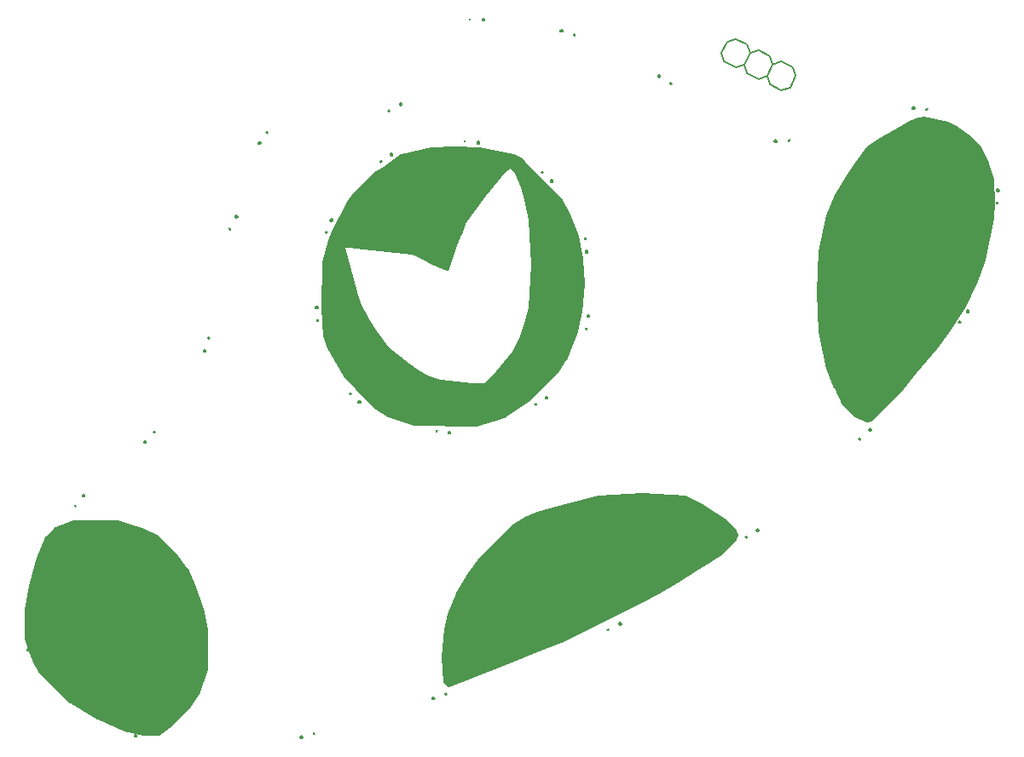
<source format=gbr>
G04 EAGLE Gerber RS-274X export*
G75*
%MOMM*%
%FSLAX34Y34*%
%LPD*%
%INSilkscreen Top*%
%IPPOS*%
%AMOC8*
5,1,8,0,0,1.08239X$1,22.5*%
G01*
%ADD10R,1.600000X0.400000*%
%ADD11R,0.400000X0.400000*%
%ADD12R,15.200000X0.400000*%
%ADD13R,15.600000X0.400000*%
%ADD14R,16.800000X0.400000*%
%ADD15R,17.200000X0.400000*%
%ADD16R,17.600000X0.400000*%
%ADD17R,19.600000X0.400000*%
%ADD18R,14.400000X0.400000*%
%ADD19R,14.000000X0.400000*%
%ADD20R,13.200000X0.400000*%
%ADD21R,12.800000X0.400000*%
%ADD22R,12.400000X0.400000*%
%ADD23R,11.600000X0.400000*%
%ADD24R,11.200000X0.400000*%
%ADD25R,10.000000X0.400000*%
%ADD26R,8.800000X0.400000*%
%ADD27R,6.800000X0.400000*%
%ADD28R,4.400000X0.400000*%
%ADD29R,7.200000X0.400000*%
%ADD30R,9.600000X0.400000*%
%ADD31R,2.000000X0.400000*%
%ADD32R,2.800000X0.400000*%
%ADD33R,3.600000X0.400000*%
%ADD34R,16.000000X0.400000*%
%ADD35R,4.800000X0.400000*%
%ADD36R,5.600000X0.400000*%
%ADD37R,6.000000X0.400000*%
%ADD38R,6.400000X0.400000*%
%ADD39R,5.200000X0.400000*%
%ADD40R,8.000000X0.400000*%
%ADD41R,7.600000X0.400000*%
%ADD42R,8.400000X0.400000*%
%ADD43R,9.200000X0.400000*%
%ADD44R,10.800000X0.400000*%
%ADD45R,12.000000X0.400000*%
%ADD46R,4.000000X0.400000*%
%ADD47R,13.600000X0.400000*%
%ADD48R,3.200000X0.400000*%
%ADD49R,14.800000X0.400000*%
%ADD50R,2.400000X0.400000*%
%ADD51R,16.400000X0.400000*%
%ADD52R,1.200000X0.400000*%
%ADD53C,0.152400*%
%ADD54R,0.250000X0.250000*%
%ADD55R,0.250000X0.250000*%

G36*
X461663Y575619D02*
X461663Y575619D01*
X461678Y575625D01*
X461690Y575626D01*
X478324Y580689D01*
X478342Y580697D01*
X478349Y580698D01*
X478352Y580699D01*
X478362Y580701D01*
X490046Y584765D01*
X490202Y584846D01*
X490269Y584876D01*
X490271Y584878D01*
X490275Y584879D01*
X513262Y600204D01*
X513349Y600282D01*
X513411Y600325D01*
X542748Y629196D01*
X542839Y629315D01*
X542891Y629373D01*
X551019Y642073D01*
X551043Y642126D01*
X551060Y642150D01*
X551068Y642175D01*
X551100Y642226D01*
X559228Y661530D01*
X559229Y661534D01*
X559231Y661537D01*
X562787Y670173D01*
X562816Y670286D01*
X562843Y670356D01*
X566907Y690168D01*
X566911Y690243D01*
X566924Y690297D01*
X568956Y717729D01*
X568951Y717809D01*
X568957Y717867D01*
X567433Y742251D01*
X567421Y742313D01*
X567420Y742362D01*
X563356Y765730D01*
X563318Y765850D01*
X563302Y765925D01*
X555174Y786753D01*
X555137Y786819D01*
X555118Y786872D01*
X546482Y802620D01*
X546312Y802848D01*
X546311Y802849D01*
X546310Y802850D01*
X510301Y838858D01*
X507810Y842346D01*
X507756Y842403D01*
X507709Y842466D01*
X507665Y842499D01*
X507614Y842552D01*
X507501Y842618D01*
X507438Y842664D01*
X499310Y846728D01*
X499069Y846809D01*
X499046Y846817D01*
X477734Y850877D01*
X465057Y853919D01*
X464918Y853932D01*
X464841Y853947D01*
X440457Y854455D01*
X440433Y854452D01*
X440414Y854455D01*
X417046Y853947D01*
X416912Y853925D01*
X416834Y853920D01*
X386862Y846808D01*
X386831Y846796D01*
X386799Y846791D01*
X386729Y846756D01*
X386597Y846704D01*
X386544Y846664D01*
X386499Y846641D01*
X369771Y834475D01*
X362190Y829927D01*
X362074Y829833D01*
X362009Y829789D01*
X337117Y805913D01*
X337022Y805792D01*
X336970Y805735D01*
X332886Y799473D01*
X332860Y799418D01*
X332832Y799380D01*
X317612Y769574D01*
X317589Y769506D01*
X317562Y769459D01*
X313618Y758614D01*
X313598Y758520D01*
X313570Y758428D01*
X313569Y758382D01*
X313560Y758336D01*
X313567Y758240D01*
X313565Y758144D01*
X313577Y758099D01*
X313579Y758075D01*
X313552Y758015D01*
X308836Y739150D01*
X308821Y739002D01*
X308806Y738925D01*
X307849Y693950D01*
X307854Y693907D01*
X307850Y693873D01*
X309374Y665933D01*
X309428Y665659D01*
X309429Y665654D01*
X313493Y653970D01*
X313543Y653874D01*
X313568Y653806D01*
X329316Y625866D01*
X329397Y625759D01*
X329427Y625709D01*
X329448Y625689D01*
X329467Y625662D01*
X341151Y613470D01*
X341160Y613462D01*
X341166Y613454D01*
X361486Y593134D01*
X361557Y593080D01*
X361615Y593027D01*
X361641Y593013D01*
X361666Y592991D01*
X373858Y585371D01*
X373908Y585349D01*
X373942Y585324D01*
X374640Y584975D01*
X374712Y584951D01*
X374761Y584924D01*
X399144Y576443D01*
X399423Y576388D01*
X399446Y576390D01*
X399464Y576387D01*
X461381Y575582D01*
X461663Y575619D01*
G37*
G36*
X849518Y580157D02*
X849518Y580157D01*
X849596Y580161D01*
X854168Y581177D01*
X854197Y581188D01*
X854226Y581192D01*
X854303Y581226D01*
X854393Y581255D01*
X854410Y581268D01*
X854434Y581277D01*
X854462Y581298D01*
X854486Y581308D01*
X854553Y581365D01*
X854662Y581447D01*
X854664Y581449D01*
X854666Y581450D01*
X882098Y608882D01*
X882109Y608897D01*
X882117Y608904D01*
X882133Y608928D01*
X882163Y608954D01*
X898925Y629272D01*
X918737Y653148D01*
X918753Y653174D01*
X918771Y653191D01*
X930455Y668939D01*
X930469Y668964D01*
X930485Y668981D01*
X946741Y693365D01*
X946772Y693430D01*
X946804Y693474D01*
X958996Y717858D01*
X959020Y717929D01*
X959047Y717978D01*
X967175Y741346D01*
X967190Y741425D01*
X967212Y741481D01*
X975340Y782121D01*
X975344Y782200D01*
X975357Y782257D01*
X976373Y798513D01*
X976369Y798574D01*
X976374Y798621D01*
X975358Y821481D01*
X975330Y821634D01*
X975321Y821711D01*
X970749Y837967D01*
X970706Y838065D01*
X970686Y838134D01*
X963066Y853882D01*
X963065Y853883D01*
X963065Y853885D01*
X963057Y853895D01*
X962907Y854118D01*
X962884Y854138D01*
X962870Y854158D01*
X950678Y866350D01*
X950592Y866415D01*
X950540Y866465D01*
X938856Y874593D01*
X938765Y874639D01*
X938708Y874679D01*
X930072Y878743D01*
X929923Y878789D01*
X929851Y878817D01*
X905975Y883897D01*
X905937Y883900D01*
X905900Y883910D01*
X905823Y883908D01*
X905692Y883917D01*
X905620Y883901D01*
X905565Y883900D01*
X897945Y882376D01*
X897787Y882320D01*
X897715Y882300D01*
X890095Y878744D01*
X890059Y878721D01*
X890026Y878709D01*
X881898Y874137D01*
X881898Y874136D01*
X881897Y874136D01*
X862085Y862960D01*
X862052Y862935D01*
X862021Y862921D01*
X849829Y854793D01*
X849826Y854790D01*
X849823Y854789D01*
X849801Y854768D01*
X849617Y854603D01*
X849599Y854576D01*
X849580Y854557D01*
X837388Y838301D01*
X837373Y838274D01*
X837355Y838255D01*
X829227Y826063D01*
X829214Y826035D01*
X829198Y826016D01*
X817514Y806204D01*
X817481Y806126D01*
X817449Y806073D01*
X809321Y786261D01*
X809294Y786156D01*
X809267Y786089D01*
X801647Y750529D01*
X801640Y750433D01*
X801626Y750367D01*
X799594Y709727D01*
X799599Y709677D01*
X799594Y709637D01*
X801118Y670013D01*
X801136Y669912D01*
X801139Y669842D01*
X808759Y633774D01*
X808796Y633670D01*
X808813Y633599D01*
X816941Y613787D01*
X816962Y613750D01*
X816972Y613718D01*
X825100Y597462D01*
X825103Y597457D01*
X825105Y597452D01*
X825129Y597420D01*
X825261Y597228D01*
X825289Y597206D01*
X825306Y597183D01*
X837498Y585499D01*
X837577Y585442D01*
X837624Y585398D01*
X837673Y585373D01*
X837728Y585333D01*
X837749Y585326D01*
X837764Y585315D01*
X848432Y580235D01*
X848486Y580218D01*
X848537Y580192D01*
X848606Y580181D01*
X848703Y580150D01*
X848801Y580148D01*
X848868Y580137D01*
X849376Y580137D01*
X849518Y580157D01*
G37*
G36*
X434417Y316493D02*
X434417Y316493D01*
X434458Y316492D01*
X434657Y316544D01*
X434714Y316556D01*
X486022Y336876D01*
X486026Y336878D01*
X486029Y336879D01*
X526161Y353135D01*
X526163Y353136D01*
X526165Y353137D01*
X545977Y361265D01*
X546007Y361282D01*
X546035Y361290D01*
X578547Y377038D01*
X578556Y377045D01*
X578566Y377048D01*
X602435Y389236D01*
X626302Y400916D01*
X626312Y400923D01*
X626322Y400926D01*
X642070Y409054D01*
X642099Y409075D01*
X642126Y409085D01*
X662446Y421277D01*
X662451Y421281D01*
X662456Y421283D01*
X682268Y433475D01*
X682271Y433478D01*
X682274Y433479D01*
X694466Y441099D01*
X694479Y441110D01*
X694491Y441115D01*
X706683Y449243D01*
X706776Y449326D01*
X706838Y449370D01*
X718522Y461054D01*
X718540Y461078D01*
X718563Y461097D01*
X718604Y461164D01*
X718693Y461281D01*
X718715Y461340D01*
X718741Y461382D01*
X721281Y467478D01*
X721294Y467528D01*
X721316Y467576D01*
X721330Y467665D01*
X721353Y467753D01*
X721351Y467805D01*
X721359Y467857D01*
X721348Y467929D01*
X721345Y468037D01*
X721317Y468124D01*
X721307Y468189D01*
X719275Y474285D01*
X719238Y474360D01*
X719210Y474438D01*
X719179Y474479D01*
X719148Y474540D01*
X719054Y474642D01*
X719006Y474705D01*
X710878Y482325D01*
X710797Y482382D01*
X710747Y482429D01*
X686363Y498685D01*
X686305Y498713D01*
X686266Y498742D01*
X670518Y506870D01*
X670476Y506885D01*
X670439Y506907D01*
X670364Y506924D01*
X670249Y506964D01*
X670169Y506968D01*
X670112Y506982D01*
X626932Y509522D01*
X626865Y509516D01*
X626814Y509522D01*
X582618Y506982D01*
X582504Y506959D01*
X582430Y506953D01*
X549918Y498825D01*
X549907Y498820D01*
X549897Y498819D01*
X521957Y491199D01*
X521901Y491175D01*
X521854Y491165D01*
X510170Y486593D01*
X510082Y486544D01*
X510018Y486519D01*
X497318Y478899D01*
X497170Y478779D01*
X497116Y478740D01*
X465620Y446736D01*
X465574Y446673D01*
X465532Y446633D01*
X453340Y430377D01*
X453309Y430321D01*
X453278Y430284D01*
X441594Y410472D01*
X441559Y410388D01*
X441525Y410333D01*
X433397Y390013D01*
X433381Y389946D01*
X433359Y389898D01*
X429295Y374658D01*
X429284Y374562D01*
X429271Y374522D01*
X429270Y374511D01*
X429265Y374491D01*
X426725Y347567D01*
X426730Y347463D01*
X426724Y347393D01*
X428756Y321485D01*
X428763Y321452D01*
X428763Y321445D01*
X428773Y321406D01*
X428780Y321332D01*
X428803Y321271D01*
X428818Y321207D01*
X428832Y321182D01*
X428835Y321170D01*
X428858Y321130D01*
X428883Y321067D01*
X428918Y321023D01*
X428954Y320958D01*
X428971Y320940D01*
X428980Y320925D01*
X429049Y320860D01*
X429094Y320805D01*
X433666Y316741D01*
X433754Y316682D01*
X433838Y316617D01*
X433872Y316604D01*
X433902Y316584D01*
X434004Y316552D01*
X434103Y316513D01*
X434139Y316509D01*
X434173Y316499D01*
X434280Y316496D01*
X434386Y316486D01*
X434417Y316493D01*
G37*
G36*
X146313Y268734D02*
X146313Y268734D01*
X146322Y268733D01*
X146455Y268754D01*
X146586Y268773D01*
X146594Y268776D01*
X146603Y268778D01*
X146652Y268803D01*
X146845Y268889D01*
X146875Y268914D01*
X146903Y268928D01*
X160111Y278580D01*
X160184Y278651D01*
X160240Y278692D01*
X178020Y296980D01*
X178082Y297066D01*
X178132Y297117D01*
X186768Y309817D01*
X186802Y309888D01*
X186823Y309919D01*
X186833Y309950D01*
X186860Y310005D01*
X186887Y310054D01*
X195015Y333422D01*
X195015Y333424D01*
X195016Y333425D01*
X195018Y333437D01*
X195034Y333519D01*
X195041Y333541D01*
X195041Y333556D01*
X195070Y333701D01*
X195067Y333732D01*
X195071Y333756D01*
X195071Y373888D01*
X195051Y374032D01*
X195047Y374111D01*
X190475Y394431D01*
X190453Y394488D01*
X190445Y394535D01*
X182317Y418411D01*
X182295Y418454D01*
X182286Y418491D01*
X175174Y434747D01*
X175081Y434899D01*
X175047Y434962D01*
X162855Y450710D01*
X162802Y450761D01*
X162770Y450806D01*
X146514Y467062D01*
X146508Y467066D01*
X146503Y467073D01*
X146462Y467101D01*
X146287Y467233D01*
X146252Y467246D01*
X146227Y467263D01*
X129971Y474883D01*
X129914Y474901D01*
X129874Y474923D01*
X118190Y478987D01*
X118182Y478988D01*
X118177Y478991D01*
X105985Y483055D01*
X105705Y483106D01*
X105683Y483104D01*
X105664Y483107D01*
X61976Y483107D01*
X61947Y483103D01*
X61918Y483106D01*
X61842Y483088D01*
X61695Y483067D01*
X61638Y483042D01*
X61591Y483031D01*
X41779Y474903D01*
X41736Y474879D01*
X41690Y474862D01*
X41631Y474817D01*
X41533Y474760D01*
X41473Y474697D01*
X41423Y474658D01*
X33803Y466530D01*
X33798Y466522D01*
X33790Y466516D01*
X33760Y466468D01*
X33640Y466298D01*
X33627Y466260D01*
X33610Y466233D01*
X24974Y445913D01*
X24952Y445834D01*
X24927Y445779D01*
X17307Y417331D01*
X17303Y417292D01*
X17292Y417263D01*
X12720Y393895D01*
X12713Y393775D01*
X12701Y393700D01*
X12701Y365760D01*
X12701Y365759D01*
X12701Y365757D01*
X12703Y365745D01*
X12741Y365479D01*
X12753Y365451D01*
X12757Y365426D01*
X16821Y353742D01*
X16827Y353730D01*
X16829Y353720D01*
X21401Y341528D01*
X21436Y341463D01*
X21439Y341455D01*
X21443Y341439D01*
X21446Y341435D01*
X21454Y341411D01*
X26534Y331759D01*
X26535Y331757D01*
X26536Y331754D01*
X26552Y331733D01*
X26700Y331529D01*
X26725Y331509D01*
X26741Y331488D01*
X33840Y324897D01*
X45510Y313226D01*
X45519Y313219D01*
X45525Y313212D01*
X58225Y301020D01*
X58344Y300934D01*
X58403Y300883D01*
X85327Y284627D01*
X85395Y284598D01*
X85441Y284568D01*
X111857Y272884D01*
X111917Y272867D01*
X111951Y272849D01*
X112000Y272841D01*
X112053Y272820D01*
X130849Y268756D01*
X130987Y268746D01*
X131064Y268733D01*
X146304Y268733D01*
X146313Y268734D01*
G37*
%LPC*%
G36*
X457784Y619249D02*
X457784Y619249D01*
X425923Y622789D01*
X413901Y626796D01*
X405899Y630797D01*
X394818Y638353D01*
X374621Y655015D01*
X362524Y670641D01*
X354958Y682242D01*
X346885Y698387D01*
X342858Y709967D01*
X338805Y726178D01*
X338800Y726192D01*
X338798Y726204D01*
X331178Y753636D01*
X331151Y753697D01*
X331134Y753762D01*
X331095Y753827D01*
X331075Y753873D01*
X337719Y753873D01*
X341554Y753106D01*
X341602Y753103D01*
X341639Y753093D01*
X397480Y746801D01*
X401947Y745312D01*
X409998Y741286D01*
X417606Y737228D01*
X417642Y737215D01*
X417667Y737198D01*
X432354Y730589D01*
X432452Y730561D01*
X432549Y730524D01*
X432588Y730521D01*
X432627Y730510D01*
X432730Y730510D01*
X432832Y730502D01*
X432871Y730510D01*
X432911Y730510D01*
X433010Y730538D01*
X433111Y730559D01*
X433146Y730577D01*
X433184Y730588D01*
X433271Y730643D01*
X433362Y730691D01*
X433391Y730718D01*
X433425Y730739D01*
X433494Y730816D01*
X433568Y730887D01*
X433585Y730918D01*
X433614Y730951D01*
X433697Y731124D01*
X433729Y731182D01*
X442901Y757552D01*
X446943Y766140D01*
X446960Y766197D01*
X446983Y766238D01*
X451001Y777791D01*
X459039Y789346D01*
X471209Y805572D01*
X490404Y829313D01*
X495597Y832775D01*
X498809Y828759D01*
X501010Y826008D01*
X505517Y813991D01*
X509553Y801379D01*
X513087Y781688D01*
X516127Y737103D01*
X513597Y694097D01*
X509061Y677970D01*
X505026Y665863D01*
X497487Y650283D01*
X481332Y630594D01*
X469992Y618761D01*
X457784Y619249D01*
G37*
%LPD*%
D10*
X138000Y272000D03*
D11*
X436000Y320000D03*
D12*
X114000Y324000D03*
D10*
X438000Y324000D03*
D13*
X112000Y328000D03*
D14*
X110000Y336000D03*
D15*
X108000Y344000D03*
X108000Y352000D03*
D16*
X106000Y360000D03*
X106000Y364000D03*
X102000Y376000D03*
X102000Y384000D03*
D17*
X544000Y412000D03*
D12*
X98000Y432000D03*
D18*
X98000Y436000D03*
X98000Y440000D03*
D19*
X96000Y444000D03*
D20*
X96000Y448000D03*
D21*
X94000Y452000D03*
D22*
X92000Y456000D03*
D23*
X92000Y460000D03*
D24*
X90000Y464000D03*
D25*
X88000Y468000D03*
D26*
X86000Y472000D03*
D27*
X84000Y476000D03*
D28*
X84000Y480000D03*
D29*
X430000Y580000D03*
D30*
X430000Y584000D03*
D23*
X432000Y588000D03*
D31*
X848000Y588000D03*
D21*
X434000Y592000D03*
D32*
X848000Y592000D03*
D19*
X432000Y596000D03*
D33*
X848000Y596000D03*
D12*
X434000Y600000D03*
D28*
X848000Y600000D03*
D34*
X434000Y604000D03*
D35*
X850000Y604000D03*
D14*
X434000Y608000D03*
D36*
X850000Y608000D03*
D16*
X434000Y612000D03*
D37*
X852000Y612000D03*
D23*
X400000Y616000D03*
D36*
X498000Y616000D03*
D38*
X850000Y616000D03*
D26*
X382000Y620000D03*
D39*
X504000Y620000D03*
D27*
X852000Y620000D03*
D40*
X374000Y624000D03*
D39*
X508000Y624000D03*
D41*
X852000Y624000D03*
X368000Y628000D03*
D36*
X510000Y628000D03*
D40*
X854000Y628000D03*
D27*
X364000Y632000D03*
D36*
X514000Y632000D03*
D42*
X856000Y632000D03*
D27*
X360000Y636000D03*
D39*
X516000Y636000D03*
D26*
X854000Y636000D03*
D38*
X354000Y640000D03*
D39*
X520000Y640000D03*
D43*
X856000Y640000D03*
D37*
X352000Y644000D03*
D39*
X524000Y644000D03*
D30*
X858000Y644000D03*
D37*
X348000Y648000D03*
D39*
X524000Y648000D03*
D25*
X860000Y648000D03*
D36*
X346000Y652000D03*
D39*
X528000Y652000D03*
D44*
X860000Y652000D03*
D36*
X342000Y656000D03*
D39*
X528000Y656000D03*
D24*
X862000Y656000D03*
D39*
X340000Y660000D03*
D35*
X530000Y660000D03*
D24*
X862000Y660000D03*
D35*
X338000Y664000D03*
D39*
X532000Y664000D03*
D23*
X864000Y664000D03*
D39*
X336000Y668000D03*
D35*
X534000Y668000D03*
D45*
X866000Y668000D03*
D35*
X334000Y672000D03*
D39*
X536000Y672000D03*
D21*
X866000Y672000D03*
D28*
X332000Y676000D03*
D39*
X536000Y676000D03*
D21*
X866000Y676000D03*
D28*
X332000Y680000D03*
D35*
X538000Y680000D03*
D20*
X868000Y680000D03*
D46*
X330000Y684000D03*
D35*
X538000Y684000D03*
D47*
X870000Y684000D03*
D46*
X330000Y688000D03*
D35*
X538000Y688000D03*
D19*
X872000Y688000D03*
D33*
X328000Y692000D03*
D39*
X540000Y692000D03*
D19*
X872000Y692000D03*
D33*
X328000Y696000D03*
D35*
X542000Y696000D03*
D18*
X874000Y696000D03*
D48*
X326000Y700000D03*
D35*
X542000Y700000D03*
D18*
X874000Y700000D03*
D48*
X326000Y704000D03*
D35*
X542000Y704000D03*
D49*
X876000Y704000D03*
D48*
X326000Y708000D03*
D35*
X542000Y708000D03*
D49*
X876000Y708000D03*
D32*
X324000Y712000D03*
D35*
X542000Y712000D03*
D12*
X878000Y712000D03*
D32*
X324000Y716000D03*
D35*
X542000Y716000D03*
D12*
X878000Y716000D03*
D32*
X324000Y720000D03*
D35*
X542000Y720000D03*
D13*
X880000Y720000D03*
D32*
X324000Y724000D03*
D35*
X542000Y724000D03*
D13*
X880000Y724000D03*
D50*
X322000Y728000D03*
D35*
X542000Y728000D03*
D13*
X880000Y728000D03*
D50*
X322000Y732000D03*
D35*
X542000Y732000D03*
D34*
X882000Y732000D03*
D50*
X322000Y736000D03*
D11*
X428000Y736000D03*
D35*
X542000Y736000D03*
D34*
X882000Y736000D03*
D31*
X320000Y740000D03*
D10*
X426000Y740000D03*
D35*
X542000Y740000D03*
D34*
X882000Y740000D03*
D10*
X322000Y744000D03*
D50*
X422000Y744000D03*
D28*
X540000Y744000D03*
D51*
X884000Y744000D03*
D10*
X322000Y748000D03*
D33*
X420000Y748000D03*
D28*
X540000Y748000D03*
D51*
X884000Y748000D03*
D10*
X322000Y752000D03*
D35*
X414000Y752000D03*
D28*
X540000Y752000D03*
D34*
X886000Y752000D03*
D31*
X324000Y756000D03*
D42*
X396000Y756000D03*
D28*
X540000Y756000D03*
D34*
X886000Y756000D03*
D22*
X380000Y760000D03*
D28*
X540000Y760000D03*
D34*
X886000Y760000D03*
D22*
X380000Y764000D03*
D28*
X540000Y764000D03*
D51*
X888000Y764000D03*
D21*
X382000Y768000D03*
D46*
X538000Y768000D03*
D34*
X890000Y768000D03*
D22*
X384000Y772000D03*
D46*
X538000Y772000D03*
D34*
X890000Y772000D03*
D22*
X384000Y776000D03*
D46*
X538000Y776000D03*
D34*
X890000Y776000D03*
D22*
X388000Y780000D03*
D33*
X536000Y780000D03*
D34*
X890000Y780000D03*
D22*
X388000Y784000D03*
D46*
X534000Y784000D03*
D51*
X892000Y784000D03*
D22*
X392000Y788000D03*
D33*
X532000Y788000D03*
D34*
X894000Y788000D03*
D21*
X394000Y792000D03*
D33*
X532000Y792000D03*
D34*
X894000Y792000D03*
D22*
X396000Y796000D03*
D48*
X530000Y796000D03*
D13*
X896000Y796000D03*
D22*
X400000Y800000D03*
D48*
X530000Y800000D03*
D13*
X896000Y800000D03*
D21*
X402000Y804000D03*
D48*
X526000Y804000D03*
D13*
X896000Y804000D03*
D21*
X406000Y808000D03*
D32*
X524000Y808000D03*
D12*
X898000Y808000D03*
D22*
X408000Y812000D03*
D50*
X522000Y812000D03*
D49*
X900000Y812000D03*
D22*
X412000Y816000D03*
D50*
X518000Y816000D03*
D49*
X900000Y816000D03*
D22*
X416000Y820000D03*
D31*
X516000Y820000D03*
D18*
X902000Y820000D03*
D22*
X420000Y824000D03*
D10*
X514000Y824000D03*
D19*
X900000Y824000D03*
D22*
X424000Y828000D03*
D10*
X510000Y828000D03*
D47*
X902000Y828000D03*
D45*
X430000Y832000D03*
D52*
X508000Y832000D03*
D20*
X904000Y832000D03*
X444000Y836000D03*
X904000Y836000D03*
D22*
X445080Y840000D03*
X904000Y840000D03*
D24*
X443080Y844000D03*
D45*
X906000Y844000D03*
D24*
X906000Y848000D03*
X906000Y852000D03*
D25*
X908000Y856000D03*
D43*
X908000Y860000D03*
D40*
X910000Y864000D03*
D38*
X910000Y868000D03*
D36*
X910000Y872000D03*
D46*
X910000Y876000D03*
D10*
X906000Y880000D03*
D29*
X441430Y847970D03*
D35*
X440670Y851060D03*
D53*
X603188Y379984D02*
X603190Y380049D01*
X603196Y380114D01*
X603206Y380178D01*
X603219Y380242D01*
X603237Y380305D01*
X603258Y380366D01*
X603283Y380426D01*
X603311Y380485D01*
X603343Y380542D01*
X603379Y380596D01*
X603417Y380649D01*
X603459Y380699D01*
X603504Y380746D01*
X603551Y380791D01*
X603601Y380833D01*
X603654Y380871D01*
X603708Y380907D01*
X603765Y380939D01*
X603824Y380967D01*
X603884Y380992D01*
X603945Y381013D01*
X604008Y381031D01*
X604072Y381044D01*
X604136Y381054D01*
X604201Y381060D01*
X604266Y381062D01*
X604331Y381060D01*
X604396Y381054D01*
X604460Y381044D01*
X604524Y381031D01*
X604587Y381013D01*
X604648Y380992D01*
X604708Y380967D01*
X604767Y380939D01*
X604824Y380907D01*
X604878Y380871D01*
X604931Y380833D01*
X604981Y380791D01*
X605028Y380746D01*
X605073Y380699D01*
X605115Y380649D01*
X605153Y380596D01*
X605189Y380542D01*
X605221Y380485D01*
X605249Y380426D01*
X605274Y380366D01*
X605295Y380305D01*
X605313Y380242D01*
X605326Y380178D01*
X605336Y380114D01*
X605342Y380049D01*
X605344Y379984D01*
X605342Y379919D01*
X605336Y379854D01*
X605326Y379790D01*
X605313Y379726D01*
X605295Y379663D01*
X605274Y379602D01*
X605249Y379542D01*
X605221Y379483D01*
X605189Y379426D01*
X605153Y379372D01*
X605115Y379319D01*
X605073Y379269D01*
X605028Y379222D01*
X604981Y379177D01*
X604931Y379135D01*
X604878Y379097D01*
X604824Y379061D01*
X604767Y379029D01*
X604708Y379001D01*
X604648Y378976D01*
X604587Y378955D01*
X604524Y378937D01*
X604460Y378924D01*
X604396Y378914D01*
X604331Y378908D01*
X604266Y378906D01*
X604201Y378908D01*
X604136Y378914D01*
X604072Y378924D01*
X604008Y378937D01*
X603945Y378955D01*
X603884Y378976D01*
X603824Y379001D01*
X603765Y379029D01*
X603708Y379061D01*
X603654Y379097D01*
X603601Y379135D01*
X603551Y379177D01*
X603504Y379222D01*
X603459Y379269D01*
X603417Y379319D01*
X603379Y379372D01*
X603343Y379426D01*
X603311Y379483D01*
X603283Y379542D01*
X603258Y379602D01*
X603237Y379663D01*
X603219Y379726D01*
X603206Y379790D01*
X603196Y379854D01*
X603190Y379919D01*
X603188Y379984D01*
X417768Y305816D02*
X417770Y305881D01*
X417776Y305946D01*
X417786Y306010D01*
X417799Y306074D01*
X417817Y306137D01*
X417838Y306198D01*
X417863Y306258D01*
X417891Y306317D01*
X417923Y306374D01*
X417959Y306428D01*
X417997Y306481D01*
X418039Y306531D01*
X418084Y306578D01*
X418131Y306623D01*
X418181Y306665D01*
X418234Y306703D01*
X418288Y306739D01*
X418345Y306771D01*
X418404Y306799D01*
X418464Y306824D01*
X418525Y306845D01*
X418588Y306863D01*
X418652Y306876D01*
X418716Y306886D01*
X418781Y306892D01*
X418846Y306894D01*
X418911Y306892D01*
X418976Y306886D01*
X419040Y306876D01*
X419104Y306863D01*
X419167Y306845D01*
X419228Y306824D01*
X419288Y306799D01*
X419347Y306771D01*
X419404Y306739D01*
X419458Y306703D01*
X419511Y306665D01*
X419561Y306623D01*
X419608Y306578D01*
X419653Y306531D01*
X419695Y306481D01*
X419733Y306428D01*
X419769Y306374D01*
X419801Y306317D01*
X419829Y306258D01*
X419854Y306198D01*
X419875Y306137D01*
X419893Y306074D01*
X419906Y306010D01*
X419916Y305946D01*
X419922Y305881D01*
X419924Y305816D01*
X419922Y305751D01*
X419916Y305686D01*
X419906Y305622D01*
X419893Y305558D01*
X419875Y305495D01*
X419854Y305434D01*
X419829Y305374D01*
X419801Y305315D01*
X419769Y305258D01*
X419733Y305204D01*
X419695Y305151D01*
X419653Y305101D01*
X419608Y305054D01*
X419561Y305009D01*
X419511Y304967D01*
X419458Y304929D01*
X419404Y304893D01*
X419347Y304861D01*
X419288Y304833D01*
X419228Y304808D01*
X419167Y304787D01*
X419104Y304769D01*
X419040Y304756D01*
X418976Y304746D01*
X418911Y304740D01*
X418846Y304738D01*
X418781Y304740D01*
X418716Y304746D01*
X418652Y304756D01*
X418588Y304769D01*
X418525Y304787D01*
X418464Y304808D01*
X418404Y304833D01*
X418345Y304861D01*
X418288Y304893D01*
X418234Y304929D01*
X418181Y304967D01*
X418131Y305009D01*
X418084Y305054D01*
X418039Y305101D01*
X417997Y305151D01*
X417959Y305204D01*
X417923Y305258D01*
X417891Y305315D01*
X417863Y305374D01*
X417838Y305434D01*
X417817Y305495D01*
X417799Y305558D01*
X417786Y305622D01*
X417776Y305686D01*
X417770Y305751D01*
X417768Y305816D01*
X286704Y267208D02*
X286706Y267273D01*
X286712Y267338D01*
X286722Y267402D01*
X286735Y267466D01*
X286753Y267529D01*
X286774Y267590D01*
X286799Y267650D01*
X286827Y267709D01*
X286859Y267766D01*
X286895Y267820D01*
X286933Y267873D01*
X286975Y267923D01*
X287020Y267970D01*
X287067Y268015D01*
X287117Y268057D01*
X287170Y268095D01*
X287224Y268131D01*
X287281Y268163D01*
X287340Y268191D01*
X287400Y268216D01*
X287461Y268237D01*
X287524Y268255D01*
X287588Y268268D01*
X287652Y268278D01*
X287717Y268284D01*
X287782Y268286D01*
X287847Y268284D01*
X287912Y268278D01*
X287976Y268268D01*
X288040Y268255D01*
X288103Y268237D01*
X288164Y268216D01*
X288224Y268191D01*
X288283Y268163D01*
X288340Y268131D01*
X288394Y268095D01*
X288447Y268057D01*
X288497Y268015D01*
X288544Y267970D01*
X288589Y267923D01*
X288631Y267873D01*
X288669Y267820D01*
X288705Y267766D01*
X288737Y267709D01*
X288765Y267650D01*
X288790Y267590D01*
X288811Y267529D01*
X288829Y267466D01*
X288842Y267402D01*
X288852Y267338D01*
X288858Y267273D01*
X288860Y267208D01*
X288858Y267143D01*
X288852Y267078D01*
X288842Y267014D01*
X288829Y266950D01*
X288811Y266887D01*
X288790Y266826D01*
X288765Y266766D01*
X288737Y266707D01*
X288705Y266650D01*
X288669Y266596D01*
X288631Y266543D01*
X288589Y266493D01*
X288544Y266446D01*
X288497Y266401D01*
X288447Y266359D01*
X288394Y266321D01*
X288340Y266285D01*
X288283Y266253D01*
X288224Y266225D01*
X288164Y266200D01*
X288103Y266179D01*
X288040Y266161D01*
X287976Y266148D01*
X287912Y266138D01*
X287847Y266132D01*
X287782Y266130D01*
X287717Y266132D01*
X287652Y266138D01*
X287588Y266148D01*
X287524Y266161D01*
X287461Y266179D01*
X287400Y266200D01*
X287340Y266225D01*
X287281Y266253D01*
X287224Y266285D01*
X287170Y266321D01*
X287117Y266359D01*
X287067Y266401D01*
X287020Y266446D01*
X286975Y266493D01*
X286933Y266543D01*
X286895Y266596D01*
X286859Y266650D01*
X286827Y266707D01*
X286799Y266766D01*
X286774Y266826D01*
X286753Y266887D01*
X286735Y266950D01*
X286722Y267014D01*
X286712Y267078D01*
X286706Y267143D01*
X286704Y267208D01*
X122112Y268478D02*
X122114Y268543D01*
X122120Y268608D01*
X122130Y268672D01*
X122143Y268736D01*
X122161Y268799D01*
X122182Y268860D01*
X122207Y268920D01*
X122235Y268979D01*
X122267Y269036D01*
X122303Y269090D01*
X122341Y269143D01*
X122383Y269193D01*
X122428Y269240D01*
X122475Y269285D01*
X122525Y269327D01*
X122578Y269365D01*
X122632Y269401D01*
X122689Y269433D01*
X122748Y269461D01*
X122808Y269486D01*
X122869Y269507D01*
X122932Y269525D01*
X122996Y269538D01*
X123060Y269548D01*
X123125Y269554D01*
X123190Y269556D01*
X123255Y269554D01*
X123320Y269548D01*
X123384Y269538D01*
X123448Y269525D01*
X123511Y269507D01*
X123572Y269486D01*
X123632Y269461D01*
X123691Y269433D01*
X123748Y269401D01*
X123802Y269365D01*
X123855Y269327D01*
X123905Y269285D01*
X123952Y269240D01*
X123997Y269193D01*
X124039Y269143D01*
X124077Y269090D01*
X124113Y269036D01*
X124145Y268979D01*
X124173Y268920D01*
X124198Y268860D01*
X124219Y268799D01*
X124237Y268736D01*
X124250Y268672D01*
X124260Y268608D01*
X124266Y268543D01*
X124268Y268478D01*
X124266Y268413D01*
X124260Y268348D01*
X124250Y268284D01*
X124237Y268220D01*
X124219Y268157D01*
X124198Y268096D01*
X124173Y268036D01*
X124145Y267977D01*
X124113Y267920D01*
X124077Y267866D01*
X124039Y267813D01*
X123997Y267763D01*
X123952Y267716D01*
X123905Y267671D01*
X123855Y267629D01*
X123802Y267591D01*
X123748Y267555D01*
X123691Y267523D01*
X123632Y267495D01*
X123572Y267470D01*
X123511Y267449D01*
X123448Y267431D01*
X123384Y267418D01*
X123320Y267408D01*
X123255Y267402D01*
X123190Y267400D01*
X123125Y267402D01*
X123060Y267408D01*
X122996Y267418D01*
X122932Y267431D01*
X122869Y267449D01*
X122808Y267470D01*
X122748Y267495D01*
X122689Y267523D01*
X122632Y267555D01*
X122578Y267591D01*
X122525Y267629D01*
X122475Y267671D01*
X122428Y267716D01*
X122383Y267763D01*
X122341Y267813D01*
X122303Y267866D01*
X122267Y267920D01*
X122235Y267977D01*
X122207Y268036D01*
X122182Y268096D01*
X122161Y268157D01*
X122143Y268220D01*
X122130Y268284D01*
X122120Y268348D01*
X122114Y268413D01*
X122112Y268478D01*
X15178Y354330D02*
X15180Y354395D01*
X15186Y354460D01*
X15196Y354524D01*
X15209Y354588D01*
X15227Y354651D01*
X15248Y354712D01*
X15273Y354772D01*
X15301Y354831D01*
X15333Y354888D01*
X15369Y354942D01*
X15407Y354995D01*
X15449Y355045D01*
X15494Y355092D01*
X15541Y355137D01*
X15591Y355179D01*
X15644Y355217D01*
X15698Y355253D01*
X15755Y355285D01*
X15814Y355313D01*
X15874Y355338D01*
X15935Y355359D01*
X15998Y355377D01*
X16062Y355390D01*
X16126Y355400D01*
X16191Y355406D01*
X16256Y355408D01*
X16321Y355406D01*
X16386Y355400D01*
X16450Y355390D01*
X16514Y355377D01*
X16577Y355359D01*
X16638Y355338D01*
X16698Y355313D01*
X16757Y355285D01*
X16814Y355253D01*
X16868Y355217D01*
X16921Y355179D01*
X16971Y355137D01*
X17018Y355092D01*
X17063Y355045D01*
X17105Y354995D01*
X17143Y354942D01*
X17179Y354888D01*
X17211Y354831D01*
X17239Y354772D01*
X17264Y354712D01*
X17285Y354651D01*
X17303Y354588D01*
X17316Y354524D01*
X17326Y354460D01*
X17332Y354395D01*
X17334Y354330D01*
X17332Y354265D01*
X17326Y354200D01*
X17316Y354136D01*
X17303Y354072D01*
X17285Y354009D01*
X17264Y353948D01*
X17239Y353888D01*
X17211Y353829D01*
X17179Y353772D01*
X17143Y353718D01*
X17105Y353665D01*
X17063Y353615D01*
X17018Y353568D01*
X16971Y353523D01*
X16921Y353481D01*
X16868Y353443D01*
X16814Y353407D01*
X16757Y353375D01*
X16698Y353347D01*
X16638Y353322D01*
X16577Y353301D01*
X16514Y353283D01*
X16450Y353270D01*
X16386Y353260D01*
X16321Y353254D01*
X16256Y353252D01*
X16191Y353254D01*
X16126Y353260D01*
X16062Y353270D01*
X15998Y353283D01*
X15935Y353301D01*
X15874Y353322D01*
X15814Y353347D01*
X15755Y353375D01*
X15698Y353407D01*
X15644Y353443D01*
X15591Y353481D01*
X15541Y353523D01*
X15494Y353568D01*
X15449Y353615D01*
X15407Y353665D01*
X15369Y353718D01*
X15333Y353772D01*
X15301Y353829D01*
X15273Y353888D01*
X15248Y353948D01*
X15227Y354009D01*
X15209Y354072D01*
X15196Y354136D01*
X15186Y354200D01*
X15180Y354265D01*
X15178Y354330D01*
X70296Y507238D02*
X70298Y507303D01*
X70304Y507368D01*
X70314Y507432D01*
X70327Y507496D01*
X70345Y507559D01*
X70366Y507620D01*
X70391Y507680D01*
X70419Y507739D01*
X70451Y507796D01*
X70487Y507850D01*
X70525Y507903D01*
X70567Y507953D01*
X70612Y508000D01*
X70659Y508045D01*
X70709Y508087D01*
X70762Y508125D01*
X70816Y508161D01*
X70873Y508193D01*
X70932Y508221D01*
X70992Y508246D01*
X71053Y508267D01*
X71116Y508285D01*
X71180Y508298D01*
X71244Y508308D01*
X71309Y508314D01*
X71374Y508316D01*
X71439Y508314D01*
X71504Y508308D01*
X71568Y508298D01*
X71632Y508285D01*
X71695Y508267D01*
X71756Y508246D01*
X71816Y508221D01*
X71875Y508193D01*
X71932Y508161D01*
X71986Y508125D01*
X72039Y508087D01*
X72089Y508045D01*
X72136Y508000D01*
X72181Y507953D01*
X72223Y507903D01*
X72261Y507850D01*
X72297Y507796D01*
X72329Y507739D01*
X72357Y507680D01*
X72382Y507620D01*
X72403Y507559D01*
X72421Y507496D01*
X72434Y507432D01*
X72444Y507368D01*
X72450Y507303D01*
X72452Y507238D01*
X72450Y507173D01*
X72444Y507108D01*
X72434Y507044D01*
X72421Y506980D01*
X72403Y506917D01*
X72382Y506856D01*
X72357Y506796D01*
X72329Y506737D01*
X72297Y506680D01*
X72261Y506626D01*
X72223Y506573D01*
X72181Y506523D01*
X72136Y506476D01*
X72089Y506431D01*
X72039Y506389D01*
X71986Y506351D01*
X71932Y506315D01*
X71875Y506283D01*
X71816Y506255D01*
X71756Y506230D01*
X71695Y506209D01*
X71632Y506191D01*
X71568Y506178D01*
X71504Y506168D01*
X71439Y506162D01*
X71374Y506160D01*
X71309Y506162D01*
X71244Y506168D01*
X71180Y506178D01*
X71116Y506191D01*
X71053Y506209D01*
X70992Y506230D01*
X70932Y506255D01*
X70873Y506283D01*
X70816Y506315D01*
X70762Y506351D01*
X70709Y506389D01*
X70659Y506431D01*
X70612Y506476D01*
X70567Y506523D01*
X70525Y506573D01*
X70487Y506626D01*
X70451Y506680D01*
X70419Y506737D01*
X70391Y506796D01*
X70366Y506856D01*
X70345Y506917D01*
X70327Y506980D01*
X70314Y507044D01*
X70304Y507108D01*
X70298Y507173D01*
X70296Y507238D01*
X131256Y560832D02*
X131258Y560897D01*
X131264Y560962D01*
X131274Y561026D01*
X131287Y561090D01*
X131305Y561153D01*
X131326Y561214D01*
X131351Y561274D01*
X131379Y561333D01*
X131411Y561390D01*
X131447Y561444D01*
X131485Y561497D01*
X131527Y561547D01*
X131572Y561594D01*
X131619Y561639D01*
X131669Y561681D01*
X131722Y561719D01*
X131776Y561755D01*
X131833Y561787D01*
X131892Y561815D01*
X131952Y561840D01*
X132013Y561861D01*
X132076Y561879D01*
X132140Y561892D01*
X132204Y561902D01*
X132269Y561908D01*
X132334Y561910D01*
X132399Y561908D01*
X132464Y561902D01*
X132528Y561892D01*
X132592Y561879D01*
X132655Y561861D01*
X132716Y561840D01*
X132776Y561815D01*
X132835Y561787D01*
X132892Y561755D01*
X132946Y561719D01*
X132999Y561681D01*
X133049Y561639D01*
X133096Y561594D01*
X133141Y561547D01*
X133183Y561497D01*
X133221Y561444D01*
X133257Y561390D01*
X133289Y561333D01*
X133317Y561274D01*
X133342Y561214D01*
X133363Y561153D01*
X133381Y561090D01*
X133394Y561026D01*
X133404Y560962D01*
X133410Y560897D01*
X133412Y560832D01*
X133410Y560767D01*
X133404Y560702D01*
X133394Y560638D01*
X133381Y560574D01*
X133363Y560511D01*
X133342Y560450D01*
X133317Y560390D01*
X133289Y560331D01*
X133257Y560274D01*
X133221Y560220D01*
X133183Y560167D01*
X133141Y560117D01*
X133096Y560070D01*
X133049Y560025D01*
X132999Y559983D01*
X132946Y559945D01*
X132892Y559909D01*
X132835Y559877D01*
X132776Y559849D01*
X132716Y559824D01*
X132655Y559803D01*
X132592Y559785D01*
X132528Y559772D01*
X132464Y559762D01*
X132399Y559756D01*
X132334Y559754D01*
X132269Y559756D01*
X132204Y559762D01*
X132140Y559772D01*
X132076Y559785D01*
X132013Y559803D01*
X131952Y559824D01*
X131892Y559849D01*
X131833Y559877D01*
X131776Y559909D01*
X131722Y559945D01*
X131669Y559983D01*
X131619Y560025D01*
X131572Y560070D01*
X131527Y560117D01*
X131485Y560167D01*
X131447Y560220D01*
X131411Y560274D01*
X131379Y560331D01*
X131351Y560390D01*
X131326Y560450D01*
X131305Y560511D01*
X131287Y560574D01*
X131274Y560638D01*
X131264Y560702D01*
X131258Y560767D01*
X131256Y560832D01*
X190438Y651256D02*
X190440Y651321D01*
X190446Y651386D01*
X190456Y651450D01*
X190469Y651514D01*
X190487Y651577D01*
X190508Y651638D01*
X190533Y651698D01*
X190561Y651757D01*
X190593Y651814D01*
X190629Y651868D01*
X190667Y651921D01*
X190709Y651971D01*
X190754Y652018D01*
X190801Y652063D01*
X190851Y652105D01*
X190904Y652143D01*
X190958Y652179D01*
X191015Y652211D01*
X191074Y652239D01*
X191134Y652264D01*
X191195Y652285D01*
X191258Y652303D01*
X191322Y652316D01*
X191386Y652326D01*
X191451Y652332D01*
X191516Y652334D01*
X191581Y652332D01*
X191646Y652326D01*
X191710Y652316D01*
X191774Y652303D01*
X191837Y652285D01*
X191898Y652264D01*
X191958Y652239D01*
X192017Y652211D01*
X192074Y652179D01*
X192128Y652143D01*
X192181Y652105D01*
X192231Y652063D01*
X192278Y652018D01*
X192323Y651971D01*
X192365Y651921D01*
X192403Y651868D01*
X192439Y651814D01*
X192471Y651757D01*
X192499Y651698D01*
X192524Y651638D01*
X192545Y651577D01*
X192563Y651514D01*
X192576Y651450D01*
X192586Y651386D01*
X192592Y651321D01*
X192594Y651256D01*
X192592Y651191D01*
X192586Y651126D01*
X192576Y651062D01*
X192563Y650998D01*
X192545Y650935D01*
X192524Y650874D01*
X192499Y650814D01*
X192471Y650755D01*
X192439Y650698D01*
X192403Y650644D01*
X192365Y650591D01*
X192323Y650541D01*
X192278Y650494D01*
X192231Y650449D01*
X192181Y650407D01*
X192128Y650369D01*
X192074Y650333D01*
X192017Y650301D01*
X191958Y650273D01*
X191898Y650248D01*
X191837Y650227D01*
X191774Y650209D01*
X191710Y650196D01*
X191646Y650186D01*
X191581Y650180D01*
X191516Y650178D01*
X191451Y650180D01*
X191386Y650186D01*
X191322Y650196D01*
X191258Y650209D01*
X191195Y650227D01*
X191134Y650248D01*
X191074Y650273D01*
X191015Y650301D01*
X190958Y650333D01*
X190904Y650369D01*
X190851Y650407D01*
X190801Y650449D01*
X190754Y650494D01*
X190709Y650541D01*
X190667Y650591D01*
X190629Y650644D01*
X190593Y650698D01*
X190561Y650755D01*
X190533Y650814D01*
X190508Y650874D01*
X190487Y650935D01*
X190469Y650998D01*
X190456Y651062D01*
X190446Y651126D01*
X190440Y651191D01*
X190438Y651256D01*
X222188Y784860D02*
X222190Y784925D01*
X222196Y784990D01*
X222206Y785054D01*
X222219Y785118D01*
X222237Y785181D01*
X222258Y785242D01*
X222283Y785302D01*
X222311Y785361D01*
X222343Y785418D01*
X222379Y785472D01*
X222417Y785525D01*
X222459Y785575D01*
X222504Y785622D01*
X222551Y785667D01*
X222601Y785709D01*
X222654Y785747D01*
X222708Y785783D01*
X222765Y785815D01*
X222824Y785843D01*
X222884Y785868D01*
X222945Y785889D01*
X223008Y785907D01*
X223072Y785920D01*
X223136Y785930D01*
X223201Y785936D01*
X223266Y785938D01*
X223331Y785936D01*
X223396Y785930D01*
X223460Y785920D01*
X223524Y785907D01*
X223587Y785889D01*
X223648Y785868D01*
X223708Y785843D01*
X223767Y785815D01*
X223824Y785783D01*
X223878Y785747D01*
X223931Y785709D01*
X223981Y785667D01*
X224028Y785622D01*
X224073Y785575D01*
X224115Y785525D01*
X224153Y785472D01*
X224189Y785418D01*
X224221Y785361D01*
X224249Y785302D01*
X224274Y785242D01*
X224295Y785181D01*
X224313Y785118D01*
X224326Y785054D01*
X224336Y784990D01*
X224342Y784925D01*
X224344Y784860D01*
X224342Y784795D01*
X224336Y784730D01*
X224326Y784666D01*
X224313Y784602D01*
X224295Y784539D01*
X224274Y784478D01*
X224249Y784418D01*
X224221Y784359D01*
X224189Y784302D01*
X224153Y784248D01*
X224115Y784195D01*
X224073Y784145D01*
X224028Y784098D01*
X223981Y784053D01*
X223931Y784011D01*
X223878Y783973D01*
X223824Y783937D01*
X223767Y783905D01*
X223708Y783877D01*
X223648Y783852D01*
X223587Y783831D01*
X223524Y783813D01*
X223460Y783800D01*
X223396Y783790D01*
X223331Y783784D01*
X223266Y783782D01*
X223201Y783784D01*
X223136Y783790D01*
X223072Y783800D01*
X223008Y783813D01*
X222945Y783831D01*
X222884Y783852D01*
X222824Y783877D01*
X222765Y783905D01*
X222708Y783937D01*
X222654Y783973D01*
X222601Y784011D01*
X222551Y784053D01*
X222504Y784098D01*
X222459Y784145D01*
X222417Y784195D01*
X222379Y784248D01*
X222343Y784302D01*
X222311Y784359D01*
X222283Y784418D01*
X222258Y784478D01*
X222237Y784539D01*
X222219Y784602D01*
X222206Y784666D01*
X222196Y784730D01*
X222190Y784795D01*
X222188Y784860D01*
X245048Y858012D02*
X245050Y858077D01*
X245056Y858142D01*
X245066Y858206D01*
X245079Y858270D01*
X245097Y858333D01*
X245118Y858394D01*
X245143Y858454D01*
X245171Y858513D01*
X245203Y858570D01*
X245239Y858624D01*
X245277Y858677D01*
X245319Y858727D01*
X245364Y858774D01*
X245411Y858819D01*
X245461Y858861D01*
X245514Y858899D01*
X245568Y858935D01*
X245625Y858967D01*
X245684Y858995D01*
X245744Y859020D01*
X245805Y859041D01*
X245868Y859059D01*
X245932Y859072D01*
X245996Y859082D01*
X246061Y859088D01*
X246126Y859090D01*
X246191Y859088D01*
X246256Y859082D01*
X246320Y859072D01*
X246384Y859059D01*
X246447Y859041D01*
X246508Y859020D01*
X246568Y858995D01*
X246627Y858967D01*
X246684Y858935D01*
X246738Y858899D01*
X246791Y858861D01*
X246841Y858819D01*
X246888Y858774D01*
X246933Y858727D01*
X246975Y858677D01*
X247013Y858624D01*
X247049Y858570D01*
X247081Y858513D01*
X247109Y858454D01*
X247134Y858394D01*
X247155Y858333D01*
X247173Y858270D01*
X247186Y858206D01*
X247196Y858142D01*
X247202Y858077D01*
X247204Y858012D01*
X247202Y857947D01*
X247196Y857882D01*
X247186Y857818D01*
X247173Y857754D01*
X247155Y857691D01*
X247134Y857630D01*
X247109Y857570D01*
X247081Y857511D01*
X247049Y857454D01*
X247013Y857400D01*
X246975Y857347D01*
X246933Y857297D01*
X246888Y857250D01*
X246841Y857205D01*
X246791Y857163D01*
X246738Y857125D01*
X246684Y857089D01*
X246627Y857057D01*
X246568Y857029D01*
X246508Y857004D01*
X246447Y856983D01*
X246384Y856965D01*
X246320Y856952D01*
X246256Y856942D01*
X246191Y856936D01*
X246126Y856934D01*
X246061Y856936D01*
X245996Y856942D01*
X245932Y856952D01*
X245868Y856965D01*
X245805Y856983D01*
X245744Y857004D01*
X245684Y857029D01*
X245625Y857057D01*
X245568Y857089D01*
X245514Y857125D01*
X245461Y857163D01*
X245411Y857205D01*
X245364Y857250D01*
X245319Y857297D01*
X245277Y857347D01*
X245239Y857400D01*
X245203Y857454D01*
X245171Y857511D01*
X245143Y857570D01*
X245118Y857630D01*
X245097Y857691D01*
X245079Y857754D01*
X245066Y857818D01*
X245056Y857882D01*
X245050Y857947D01*
X245048Y858012D01*
X385256Y896620D02*
X385258Y896685D01*
X385264Y896750D01*
X385274Y896814D01*
X385287Y896878D01*
X385305Y896941D01*
X385326Y897002D01*
X385351Y897062D01*
X385379Y897121D01*
X385411Y897178D01*
X385447Y897232D01*
X385485Y897285D01*
X385527Y897335D01*
X385572Y897382D01*
X385619Y897427D01*
X385669Y897469D01*
X385722Y897507D01*
X385776Y897543D01*
X385833Y897575D01*
X385892Y897603D01*
X385952Y897628D01*
X386013Y897649D01*
X386076Y897667D01*
X386140Y897680D01*
X386204Y897690D01*
X386269Y897696D01*
X386334Y897698D01*
X386399Y897696D01*
X386464Y897690D01*
X386528Y897680D01*
X386592Y897667D01*
X386655Y897649D01*
X386716Y897628D01*
X386776Y897603D01*
X386835Y897575D01*
X386892Y897543D01*
X386946Y897507D01*
X386999Y897469D01*
X387049Y897427D01*
X387096Y897382D01*
X387141Y897335D01*
X387183Y897285D01*
X387221Y897232D01*
X387257Y897178D01*
X387289Y897121D01*
X387317Y897062D01*
X387342Y897002D01*
X387363Y896941D01*
X387381Y896878D01*
X387394Y896814D01*
X387404Y896750D01*
X387410Y896685D01*
X387412Y896620D01*
X387410Y896555D01*
X387404Y896490D01*
X387394Y896426D01*
X387381Y896362D01*
X387363Y896299D01*
X387342Y896238D01*
X387317Y896178D01*
X387289Y896119D01*
X387257Y896062D01*
X387221Y896008D01*
X387183Y895955D01*
X387141Y895905D01*
X387096Y895858D01*
X387049Y895813D01*
X386999Y895771D01*
X386946Y895733D01*
X386892Y895697D01*
X386835Y895665D01*
X386776Y895637D01*
X386716Y895612D01*
X386655Y895591D01*
X386592Y895573D01*
X386528Y895560D01*
X386464Y895550D01*
X386399Y895544D01*
X386334Y895542D01*
X386269Y895544D01*
X386204Y895550D01*
X386140Y895560D01*
X386076Y895573D01*
X386013Y895591D01*
X385952Y895612D01*
X385892Y895637D01*
X385833Y895665D01*
X385776Y895697D01*
X385722Y895733D01*
X385669Y895771D01*
X385619Y895813D01*
X385572Y895858D01*
X385527Y895905D01*
X385485Y895955D01*
X385447Y896008D01*
X385411Y896062D01*
X385379Y896119D01*
X385351Y896178D01*
X385326Y896238D01*
X385305Y896299D01*
X385287Y896362D01*
X385274Y896426D01*
X385264Y896490D01*
X385258Y896555D01*
X385256Y896620D01*
X467552Y980694D02*
X467554Y980759D01*
X467560Y980824D01*
X467570Y980888D01*
X467583Y980952D01*
X467601Y981015D01*
X467622Y981076D01*
X467647Y981136D01*
X467675Y981195D01*
X467707Y981252D01*
X467743Y981306D01*
X467781Y981359D01*
X467823Y981409D01*
X467868Y981456D01*
X467915Y981501D01*
X467965Y981543D01*
X468018Y981581D01*
X468072Y981617D01*
X468129Y981649D01*
X468188Y981677D01*
X468248Y981702D01*
X468309Y981723D01*
X468372Y981741D01*
X468436Y981754D01*
X468500Y981764D01*
X468565Y981770D01*
X468630Y981772D01*
X468695Y981770D01*
X468760Y981764D01*
X468824Y981754D01*
X468888Y981741D01*
X468951Y981723D01*
X469012Y981702D01*
X469072Y981677D01*
X469131Y981649D01*
X469188Y981617D01*
X469242Y981581D01*
X469295Y981543D01*
X469345Y981501D01*
X469392Y981456D01*
X469437Y981409D01*
X469479Y981359D01*
X469517Y981306D01*
X469553Y981252D01*
X469585Y981195D01*
X469613Y981136D01*
X469638Y981076D01*
X469659Y981015D01*
X469677Y980952D01*
X469690Y980888D01*
X469700Y980824D01*
X469706Y980759D01*
X469708Y980694D01*
X469706Y980629D01*
X469700Y980564D01*
X469690Y980500D01*
X469677Y980436D01*
X469659Y980373D01*
X469638Y980312D01*
X469613Y980252D01*
X469585Y980193D01*
X469553Y980136D01*
X469517Y980082D01*
X469479Y980029D01*
X469437Y979979D01*
X469392Y979932D01*
X469345Y979887D01*
X469295Y979845D01*
X469242Y979807D01*
X469188Y979771D01*
X469131Y979739D01*
X469072Y979711D01*
X469012Y979686D01*
X468951Y979665D01*
X468888Y979647D01*
X468824Y979634D01*
X468760Y979624D01*
X468695Y979618D01*
X468630Y979616D01*
X468565Y979618D01*
X468500Y979624D01*
X468436Y979634D01*
X468372Y979647D01*
X468309Y979665D01*
X468248Y979686D01*
X468188Y979711D01*
X468129Y979739D01*
X468072Y979771D01*
X468018Y979807D01*
X467965Y979845D01*
X467915Y979887D01*
X467868Y979932D01*
X467823Y979979D01*
X467781Y980029D01*
X467743Y980082D01*
X467707Y980136D01*
X467675Y980193D01*
X467647Y980252D01*
X467622Y980312D01*
X467601Y980373D01*
X467583Y980436D01*
X467570Y980500D01*
X467560Y980564D01*
X467554Y980629D01*
X467552Y980694D01*
X545022Y969518D02*
X545024Y969583D01*
X545030Y969648D01*
X545040Y969712D01*
X545053Y969776D01*
X545071Y969839D01*
X545092Y969900D01*
X545117Y969960D01*
X545145Y970019D01*
X545177Y970076D01*
X545213Y970130D01*
X545251Y970183D01*
X545293Y970233D01*
X545338Y970280D01*
X545385Y970325D01*
X545435Y970367D01*
X545488Y970405D01*
X545542Y970441D01*
X545599Y970473D01*
X545658Y970501D01*
X545718Y970526D01*
X545779Y970547D01*
X545842Y970565D01*
X545906Y970578D01*
X545970Y970588D01*
X546035Y970594D01*
X546100Y970596D01*
X546165Y970594D01*
X546230Y970588D01*
X546294Y970578D01*
X546358Y970565D01*
X546421Y970547D01*
X546482Y970526D01*
X546542Y970501D01*
X546601Y970473D01*
X546658Y970441D01*
X546712Y970405D01*
X546765Y970367D01*
X546815Y970325D01*
X546862Y970280D01*
X546907Y970233D01*
X546949Y970183D01*
X546987Y970130D01*
X547023Y970076D01*
X547055Y970019D01*
X547083Y969960D01*
X547108Y969900D01*
X547129Y969839D01*
X547147Y969776D01*
X547160Y969712D01*
X547170Y969648D01*
X547176Y969583D01*
X547178Y969518D01*
X547176Y969453D01*
X547170Y969388D01*
X547160Y969324D01*
X547147Y969260D01*
X547129Y969197D01*
X547108Y969136D01*
X547083Y969076D01*
X547055Y969017D01*
X547023Y968960D01*
X546987Y968906D01*
X546949Y968853D01*
X546907Y968803D01*
X546862Y968756D01*
X546815Y968711D01*
X546765Y968669D01*
X546712Y968631D01*
X546658Y968595D01*
X546601Y968563D01*
X546542Y968535D01*
X546482Y968510D01*
X546421Y968489D01*
X546358Y968471D01*
X546294Y968458D01*
X546230Y968448D01*
X546165Y968442D01*
X546100Y968440D01*
X546035Y968442D01*
X545970Y968448D01*
X545906Y968458D01*
X545842Y968471D01*
X545779Y968489D01*
X545718Y968510D01*
X545658Y968535D01*
X545599Y968563D01*
X545542Y968595D01*
X545488Y968631D01*
X545435Y968669D01*
X545385Y968711D01*
X545338Y968756D01*
X545293Y968803D01*
X545251Y968853D01*
X545213Y968906D01*
X545177Y968960D01*
X545145Y969017D01*
X545117Y969076D01*
X545092Y969136D01*
X545071Y969197D01*
X545053Y969260D01*
X545040Y969324D01*
X545030Y969388D01*
X545024Y969453D01*
X545022Y969518D01*
X642050Y924560D02*
X642052Y924625D01*
X642058Y924690D01*
X642068Y924754D01*
X642081Y924818D01*
X642099Y924881D01*
X642120Y924942D01*
X642145Y925002D01*
X642173Y925061D01*
X642205Y925118D01*
X642241Y925172D01*
X642279Y925225D01*
X642321Y925275D01*
X642366Y925322D01*
X642413Y925367D01*
X642463Y925409D01*
X642516Y925447D01*
X642570Y925483D01*
X642627Y925515D01*
X642686Y925543D01*
X642746Y925568D01*
X642807Y925589D01*
X642870Y925607D01*
X642934Y925620D01*
X642998Y925630D01*
X643063Y925636D01*
X643128Y925638D01*
X643193Y925636D01*
X643258Y925630D01*
X643322Y925620D01*
X643386Y925607D01*
X643449Y925589D01*
X643510Y925568D01*
X643570Y925543D01*
X643629Y925515D01*
X643686Y925483D01*
X643740Y925447D01*
X643793Y925409D01*
X643843Y925367D01*
X643890Y925322D01*
X643935Y925275D01*
X643977Y925225D01*
X644015Y925172D01*
X644051Y925118D01*
X644083Y925061D01*
X644111Y925002D01*
X644136Y924942D01*
X644157Y924881D01*
X644175Y924818D01*
X644188Y924754D01*
X644198Y924690D01*
X644204Y924625D01*
X644206Y924560D01*
X644204Y924495D01*
X644198Y924430D01*
X644188Y924366D01*
X644175Y924302D01*
X644157Y924239D01*
X644136Y924178D01*
X644111Y924118D01*
X644083Y924059D01*
X644051Y924002D01*
X644015Y923948D01*
X643977Y923895D01*
X643935Y923845D01*
X643890Y923798D01*
X643843Y923753D01*
X643793Y923711D01*
X643740Y923673D01*
X643686Y923637D01*
X643629Y923605D01*
X643570Y923577D01*
X643510Y923552D01*
X643449Y923531D01*
X643386Y923513D01*
X643322Y923500D01*
X643258Y923490D01*
X643193Y923484D01*
X643128Y923482D01*
X643063Y923484D01*
X642998Y923490D01*
X642934Y923500D01*
X642870Y923513D01*
X642807Y923531D01*
X642746Y923552D01*
X642686Y923577D01*
X642627Y923605D01*
X642570Y923637D01*
X642516Y923673D01*
X642463Y923711D01*
X642413Y923753D01*
X642366Y923798D01*
X642321Y923845D01*
X642279Y923895D01*
X642241Y923948D01*
X642205Y924002D01*
X642173Y924059D01*
X642145Y924118D01*
X642120Y924178D01*
X642099Y924239D01*
X642081Y924302D01*
X642068Y924366D01*
X642058Y924430D01*
X642052Y924495D01*
X642050Y924560D01*
X757620Y859790D02*
X757622Y859855D01*
X757628Y859920D01*
X757638Y859984D01*
X757651Y860048D01*
X757669Y860111D01*
X757690Y860172D01*
X757715Y860232D01*
X757743Y860291D01*
X757775Y860348D01*
X757811Y860402D01*
X757849Y860455D01*
X757891Y860505D01*
X757936Y860552D01*
X757983Y860597D01*
X758033Y860639D01*
X758086Y860677D01*
X758140Y860713D01*
X758197Y860745D01*
X758256Y860773D01*
X758316Y860798D01*
X758377Y860819D01*
X758440Y860837D01*
X758504Y860850D01*
X758568Y860860D01*
X758633Y860866D01*
X758698Y860868D01*
X758763Y860866D01*
X758828Y860860D01*
X758892Y860850D01*
X758956Y860837D01*
X759019Y860819D01*
X759080Y860798D01*
X759140Y860773D01*
X759199Y860745D01*
X759256Y860713D01*
X759310Y860677D01*
X759363Y860639D01*
X759413Y860597D01*
X759460Y860552D01*
X759505Y860505D01*
X759547Y860455D01*
X759585Y860402D01*
X759621Y860348D01*
X759653Y860291D01*
X759681Y860232D01*
X759706Y860172D01*
X759727Y860111D01*
X759745Y860048D01*
X759758Y859984D01*
X759768Y859920D01*
X759774Y859855D01*
X759776Y859790D01*
X759774Y859725D01*
X759768Y859660D01*
X759758Y859596D01*
X759745Y859532D01*
X759727Y859469D01*
X759706Y859408D01*
X759681Y859348D01*
X759653Y859289D01*
X759621Y859232D01*
X759585Y859178D01*
X759547Y859125D01*
X759505Y859075D01*
X759460Y859028D01*
X759413Y858983D01*
X759363Y858941D01*
X759310Y858903D01*
X759256Y858867D01*
X759199Y858835D01*
X759140Y858807D01*
X759080Y858782D01*
X759019Y858761D01*
X758956Y858743D01*
X758892Y858730D01*
X758828Y858720D01*
X758763Y858714D01*
X758698Y858712D01*
X758633Y858714D01*
X758568Y858720D01*
X758504Y858730D01*
X758440Y858743D01*
X758377Y858761D01*
X758316Y858782D01*
X758256Y858807D01*
X758197Y858835D01*
X758140Y858867D01*
X758086Y858903D01*
X758033Y858941D01*
X757983Y858983D01*
X757936Y859028D01*
X757891Y859075D01*
X757849Y859125D01*
X757811Y859178D01*
X757775Y859232D01*
X757743Y859289D01*
X757715Y859348D01*
X757690Y859408D01*
X757669Y859469D01*
X757651Y859532D01*
X757638Y859596D01*
X757628Y859660D01*
X757622Y859725D01*
X757620Y859790D01*
X894526Y892810D02*
X894528Y892875D01*
X894534Y892940D01*
X894544Y893004D01*
X894557Y893068D01*
X894575Y893131D01*
X894596Y893192D01*
X894621Y893252D01*
X894649Y893311D01*
X894681Y893368D01*
X894717Y893422D01*
X894755Y893475D01*
X894797Y893525D01*
X894842Y893572D01*
X894889Y893617D01*
X894939Y893659D01*
X894992Y893697D01*
X895046Y893733D01*
X895103Y893765D01*
X895162Y893793D01*
X895222Y893818D01*
X895283Y893839D01*
X895346Y893857D01*
X895410Y893870D01*
X895474Y893880D01*
X895539Y893886D01*
X895604Y893888D01*
X895669Y893886D01*
X895734Y893880D01*
X895798Y893870D01*
X895862Y893857D01*
X895925Y893839D01*
X895986Y893818D01*
X896046Y893793D01*
X896105Y893765D01*
X896162Y893733D01*
X896216Y893697D01*
X896269Y893659D01*
X896319Y893617D01*
X896366Y893572D01*
X896411Y893525D01*
X896453Y893475D01*
X896491Y893422D01*
X896527Y893368D01*
X896559Y893311D01*
X896587Y893252D01*
X896612Y893192D01*
X896633Y893131D01*
X896651Y893068D01*
X896664Y893004D01*
X896674Y892940D01*
X896680Y892875D01*
X896682Y892810D01*
X896680Y892745D01*
X896674Y892680D01*
X896664Y892616D01*
X896651Y892552D01*
X896633Y892489D01*
X896612Y892428D01*
X896587Y892368D01*
X896559Y892309D01*
X896527Y892252D01*
X896491Y892198D01*
X896453Y892145D01*
X896411Y892095D01*
X896366Y892048D01*
X896319Y892003D01*
X896269Y891961D01*
X896216Y891923D01*
X896162Y891887D01*
X896105Y891855D01*
X896046Y891827D01*
X895986Y891802D01*
X895925Y891781D01*
X895862Y891763D01*
X895798Y891750D01*
X895734Y891740D01*
X895669Y891734D01*
X895604Y891732D01*
X895539Y891734D01*
X895474Y891740D01*
X895410Y891750D01*
X895346Y891763D01*
X895283Y891781D01*
X895222Y891802D01*
X895162Y891827D01*
X895103Y891855D01*
X895046Y891887D01*
X894992Y891923D01*
X894939Y891961D01*
X894889Y892003D01*
X894842Y892048D01*
X894797Y892095D01*
X894755Y892145D01*
X894717Y892198D01*
X894681Y892252D01*
X894649Y892309D01*
X894621Y892368D01*
X894596Y892428D01*
X894575Y892489D01*
X894557Y892552D01*
X894544Y892616D01*
X894534Y892680D01*
X894528Y892745D01*
X894526Y892810D01*
X978346Y811022D02*
X978348Y811087D01*
X978354Y811152D01*
X978364Y811216D01*
X978377Y811280D01*
X978395Y811343D01*
X978416Y811404D01*
X978441Y811464D01*
X978469Y811523D01*
X978501Y811580D01*
X978537Y811634D01*
X978575Y811687D01*
X978617Y811737D01*
X978662Y811784D01*
X978709Y811829D01*
X978759Y811871D01*
X978812Y811909D01*
X978866Y811945D01*
X978923Y811977D01*
X978982Y812005D01*
X979042Y812030D01*
X979103Y812051D01*
X979166Y812069D01*
X979230Y812082D01*
X979294Y812092D01*
X979359Y812098D01*
X979424Y812100D01*
X979489Y812098D01*
X979554Y812092D01*
X979618Y812082D01*
X979682Y812069D01*
X979745Y812051D01*
X979806Y812030D01*
X979866Y812005D01*
X979925Y811977D01*
X979982Y811945D01*
X980036Y811909D01*
X980089Y811871D01*
X980139Y811829D01*
X980186Y811784D01*
X980231Y811737D01*
X980273Y811687D01*
X980311Y811634D01*
X980347Y811580D01*
X980379Y811523D01*
X980407Y811464D01*
X980432Y811404D01*
X980453Y811343D01*
X980471Y811280D01*
X980484Y811216D01*
X980494Y811152D01*
X980500Y811087D01*
X980502Y811022D01*
X980500Y810957D01*
X980494Y810892D01*
X980484Y810828D01*
X980471Y810764D01*
X980453Y810701D01*
X980432Y810640D01*
X980407Y810580D01*
X980379Y810521D01*
X980347Y810464D01*
X980311Y810410D01*
X980273Y810357D01*
X980231Y810307D01*
X980186Y810260D01*
X980139Y810215D01*
X980089Y810173D01*
X980036Y810135D01*
X979982Y810099D01*
X979925Y810067D01*
X979866Y810039D01*
X979806Y810014D01*
X979745Y809993D01*
X979682Y809975D01*
X979618Y809962D01*
X979554Y809952D01*
X979489Y809946D01*
X979424Y809944D01*
X979359Y809946D01*
X979294Y809952D01*
X979230Y809962D01*
X979166Y809975D01*
X979103Y809993D01*
X979042Y810014D01*
X978982Y810039D01*
X978923Y810067D01*
X978866Y810099D01*
X978812Y810135D01*
X978759Y810173D01*
X978709Y810215D01*
X978662Y810260D01*
X978617Y810307D01*
X978575Y810357D01*
X978537Y810410D01*
X978501Y810464D01*
X978469Y810521D01*
X978441Y810580D01*
X978416Y810640D01*
X978395Y810701D01*
X978377Y810764D01*
X978364Y810828D01*
X978354Y810892D01*
X978348Y810957D01*
X978346Y811022D01*
X948374Y690626D02*
X948376Y690691D01*
X948382Y690756D01*
X948392Y690820D01*
X948405Y690884D01*
X948423Y690947D01*
X948444Y691008D01*
X948469Y691068D01*
X948497Y691127D01*
X948529Y691184D01*
X948565Y691238D01*
X948603Y691291D01*
X948645Y691341D01*
X948690Y691388D01*
X948737Y691433D01*
X948787Y691475D01*
X948840Y691513D01*
X948894Y691549D01*
X948951Y691581D01*
X949010Y691609D01*
X949070Y691634D01*
X949131Y691655D01*
X949194Y691673D01*
X949258Y691686D01*
X949322Y691696D01*
X949387Y691702D01*
X949452Y691704D01*
X949517Y691702D01*
X949582Y691696D01*
X949646Y691686D01*
X949710Y691673D01*
X949773Y691655D01*
X949834Y691634D01*
X949894Y691609D01*
X949953Y691581D01*
X950010Y691549D01*
X950064Y691513D01*
X950117Y691475D01*
X950167Y691433D01*
X950214Y691388D01*
X950259Y691341D01*
X950301Y691291D01*
X950339Y691238D01*
X950375Y691184D01*
X950407Y691127D01*
X950435Y691068D01*
X950460Y691008D01*
X950481Y690947D01*
X950499Y690884D01*
X950512Y690820D01*
X950522Y690756D01*
X950528Y690691D01*
X950530Y690626D01*
X950528Y690561D01*
X950522Y690496D01*
X950512Y690432D01*
X950499Y690368D01*
X950481Y690305D01*
X950460Y690244D01*
X950435Y690184D01*
X950407Y690125D01*
X950375Y690068D01*
X950339Y690014D01*
X950301Y689961D01*
X950259Y689911D01*
X950214Y689864D01*
X950167Y689819D01*
X950117Y689777D01*
X950064Y689739D01*
X950010Y689703D01*
X949953Y689671D01*
X949894Y689643D01*
X949834Y689618D01*
X949773Y689597D01*
X949710Y689579D01*
X949646Y689566D01*
X949582Y689556D01*
X949517Y689550D01*
X949452Y689548D01*
X949387Y689550D01*
X949322Y689556D01*
X949258Y689566D01*
X949194Y689579D01*
X949131Y689597D01*
X949070Y689618D01*
X949010Y689643D01*
X948951Y689671D01*
X948894Y689703D01*
X948840Y689739D01*
X948787Y689777D01*
X948737Y689819D01*
X948690Y689864D01*
X948645Y689911D01*
X948603Y689961D01*
X948565Y690014D01*
X948529Y690068D01*
X948497Y690125D01*
X948469Y690184D01*
X948444Y690244D01*
X948423Y690305D01*
X948405Y690368D01*
X948392Y690432D01*
X948382Y690496D01*
X948376Y690561D01*
X948374Y690626D01*
X851346Y573024D02*
X851348Y573089D01*
X851354Y573154D01*
X851364Y573218D01*
X851377Y573282D01*
X851395Y573345D01*
X851416Y573406D01*
X851441Y573466D01*
X851469Y573525D01*
X851501Y573582D01*
X851537Y573636D01*
X851575Y573689D01*
X851617Y573739D01*
X851662Y573786D01*
X851709Y573831D01*
X851759Y573873D01*
X851812Y573911D01*
X851866Y573947D01*
X851923Y573979D01*
X851982Y574007D01*
X852042Y574032D01*
X852103Y574053D01*
X852166Y574071D01*
X852230Y574084D01*
X852294Y574094D01*
X852359Y574100D01*
X852424Y574102D01*
X852489Y574100D01*
X852554Y574094D01*
X852618Y574084D01*
X852682Y574071D01*
X852745Y574053D01*
X852806Y574032D01*
X852866Y574007D01*
X852925Y573979D01*
X852982Y573947D01*
X853036Y573911D01*
X853089Y573873D01*
X853139Y573831D01*
X853186Y573786D01*
X853231Y573739D01*
X853273Y573689D01*
X853311Y573636D01*
X853347Y573582D01*
X853379Y573525D01*
X853407Y573466D01*
X853432Y573406D01*
X853453Y573345D01*
X853471Y573282D01*
X853484Y573218D01*
X853494Y573154D01*
X853500Y573089D01*
X853502Y573024D01*
X853500Y572959D01*
X853494Y572894D01*
X853484Y572830D01*
X853471Y572766D01*
X853453Y572703D01*
X853432Y572642D01*
X853407Y572582D01*
X853379Y572523D01*
X853347Y572466D01*
X853311Y572412D01*
X853273Y572359D01*
X853231Y572309D01*
X853186Y572262D01*
X853139Y572217D01*
X853089Y572175D01*
X853036Y572137D01*
X852982Y572101D01*
X852925Y572069D01*
X852866Y572041D01*
X852806Y572016D01*
X852745Y571995D01*
X852682Y571977D01*
X852618Y571964D01*
X852554Y571954D01*
X852489Y571948D01*
X852424Y571946D01*
X852359Y571948D01*
X852294Y571954D01*
X852230Y571964D01*
X852166Y571977D01*
X852103Y571995D01*
X852042Y572016D01*
X851982Y572041D01*
X851923Y572069D01*
X851866Y572101D01*
X851812Y572137D01*
X851759Y572175D01*
X851709Y572217D01*
X851662Y572262D01*
X851617Y572309D01*
X851575Y572359D01*
X851537Y572412D01*
X851501Y572466D01*
X851469Y572523D01*
X851441Y572582D01*
X851416Y572642D01*
X851395Y572703D01*
X851377Y572766D01*
X851364Y572830D01*
X851354Y572894D01*
X851348Y572959D01*
X851346Y573024D01*
X739586Y472948D02*
X739588Y473013D01*
X739594Y473078D01*
X739604Y473142D01*
X739617Y473206D01*
X739635Y473269D01*
X739656Y473330D01*
X739681Y473390D01*
X739709Y473449D01*
X739741Y473506D01*
X739777Y473560D01*
X739815Y473613D01*
X739857Y473663D01*
X739902Y473710D01*
X739949Y473755D01*
X739999Y473797D01*
X740052Y473835D01*
X740106Y473871D01*
X740163Y473903D01*
X740222Y473931D01*
X740282Y473956D01*
X740343Y473977D01*
X740406Y473995D01*
X740470Y474008D01*
X740534Y474018D01*
X740599Y474024D01*
X740664Y474026D01*
X740729Y474024D01*
X740794Y474018D01*
X740858Y474008D01*
X740922Y473995D01*
X740985Y473977D01*
X741046Y473956D01*
X741106Y473931D01*
X741165Y473903D01*
X741222Y473871D01*
X741276Y473835D01*
X741329Y473797D01*
X741379Y473755D01*
X741426Y473710D01*
X741471Y473663D01*
X741513Y473613D01*
X741551Y473560D01*
X741587Y473506D01*
X741619Y473449D01*
X741647Y473390D01*
X741672Y473330D01*
X741693Y473269D01*
X741711Y473206D01*
X741724Y473142D01*
X741734Y473078D01*
X741740Y473013D01*
X741742Y472948D01*
X741740Y472883D01*
X741734Y472818D01*
X741724Y472754D01*
X741711Y472690D01*
X741693Y472627D01*
X741672Y472566D01*
X741647Y472506D01*
X741619Y472447D01*
X741587Y472390D01*
X741551Y472336D01*
X741513Y472283D01*
X741471Y472233D01*
X741426Y472186D01*
X741379Y472141D01*
X741329Y472099D01*
X741276Y472061D01*
X741222Y472025D01*
X741165Y471993D01*
X741106Y471965D01*
X741046Y471940D01*
X740985Y471919D01*
X740922Y471901D01*
X740858Y471888D01*
X740794Y471878D01*
X740729Y471872D01*
X740664Y471870D01*
X740599Y471872D01*
X740534Y471878D01*
X740470Y471888D01*
X740406Y471901D01*
X740343Y471919D01*
X740282Y471940D01*
X740222Y471965D01*
X740163Y471993D01*
X740106Y472025D01*
X740052Y472061D01*
X739999Y472099D01*
X739949Y472141D01*
X739902Y472186D01*
X739857Y472233D01*
X739815Y472283D01*
X739777Y472336D01*
X739741Y472390D01*
X739709Y472447D01*
X739681Y472506D01*
X739656Y472566D01*
X739635Y472627D01*
X739617Y472690D01*
X739604Y472754D01*
X739594Y472818D01*
X739588Y472883D01*
X739586Y472948D01*
X433516Y569976D02*
X433518Y570041D01*
X433524Y570106D01*
X433534Y570170D01*
X433547Y570234D01*
X433565Y570297D01*
X433586Y570358D01*
X433611Y570418D01*
X433639Y570477D01*
X433671Y570534D01*
X433707Y570588D01*
X433745Y570641D01*
X433787Y570691D01*
X433832Y570738D01*
X433879Y570783D01*
X433929Y570825D01*
X433982Y570863D01*
X434036Y570899D01*
X434093Y570931D01*
X434152Y570959D01*
X434212Y570984D01*
X434273Y571005D01*
X434336Y571023D01*
X434400Y571036D01*
X434464Y571046D01*
X434529Y571052D01*
X434594Y571054D01*
X434659Y571052D01*
X434724Y571046D01*
X434788Y571036D01*
X434852Y571023D01*
X434915Y571005D01*
X434976Y570984D01*
X435036Y570959D01*
X435095Y570931D01*
X435152Y570899D01*
X435206Y570863D01*
X435259Y570825D01*
X435309Y570783D01*
X435356Y570738D01*
X435401Y570691D01*
X435443Y570641D01*
X435481Y570588D01*
X435517Y570534D01*
X435549Y570477D01*
X435577Y570418D01*
X435602Y570358D01*
X435623Y570297D01*
X435641Y570234D01*
X435654Y570170D01*
X435664Y570106D01*
X435670Y570041D01*
X435672Y569976D01*
X435670Y569911D01*
X435664Y569846D01*
X435654Y569782D01*
X435641Y569718D01*
X435623Y569655D01*
X435602Y569594D01*
X435577Y569534D01*
X435549Y569475D01*
X435517Y569418D01*
X435481Y569364D01*
X435443Y569311D01*
X435401Y569261D01*
X435356Y569214D01*
X435309Y569169D01*
X435259Y569127D01*
X435206Y569089D01*
X435152Y569053D01*
X435095Y569021D01*
X435036Y568993D01*
X434976Y568968D01*
X434915Y568947D01*
X434852Y568929D01*
X434788Y568916D01*
X434724Y568906D01*
X434659Y568900D01*
X434594Y568898D01*
X434529Y568900D01*
X434464Y568906D01*
X434400Y568916D01*
X434336Y568929D01*
X434273Y568947D01*
X434212Y568968D01*
X434152Y568993D01*
X434093Y569021D01*
X434036Y569053D01*
X433982Y569089D01*
X433929Y569127D01*
X433879Y569169D01*
X433832Y569214D01*
X433787Y569261D01*
X433745Y569311D01*
X433707Y569364D01*
X433671Y569418D01*
X433639Y569475D01*
X433611Y569534D01*
X433586Y569594D01*
X433565Y569655D01*
X433547Y569718D01*
X433534Y569782D01*
X433524Y569846D01*
X433518Y569911D01*
X433516Y569976D01*
X344362Y600456D02*
X344364Y600521D01*
X344370Y600586D01*
X344380Y600650D01*
X344393Y600714D01*
X344411Y600777D01*
X344432Y600838D01*
X344457Y600898D01*
X344485Y600957D01*
X344517Y601014D01*
X344553Y601068D01*
X344591Y601121D01*
X344633Y601171D01*
X344678Y601218D01*
X344725Y601263D01*
X344775Y601305D01*
X344828Y601343D01*
X344882Y601379D01*
X344939Y601411D01*
X344998Y601439D01*
X345058Y601464D01*
X345119Y601485D01*
X345182Y601503D01*
X345246Y601516D01*
X345310Y601526D01*
X345375Y601532D01*
X345440Y601534D01*
X345505Y601532D01*
X345570Y601526D01*
X345634Y601516D01*
X345698Y601503D01*
X345761Y601485D01*
X345822Y601464D01*
X345882Y601439D01*
X345941Y601411D01*
X345998Y601379D01*
X346052Y601343D01*
X346105Y601305D01*
X346155Y601263D01*
X346202Y601218D01*
X346247Y601171D01*
X346289Y601121D01*
X346327Y601068D01*
X346363Y601014D01*
X346395Y600957D01*
X346423Y600898D01*
X346448Y600838D01*
X346469Y600777D01*
X346487Y600714D01*
X346500Y600650D01*
X346510Y600586D01*
X346516Y600521D01*
X346518Y600456D01*
X346516Y600391D01*
X346510Y600326D01*
X346500Y600262D01*
X346487Y600198D01*
X346469Y600135D01*
X346448Y600074D01*
X346423Y600014D01*
X346395Y599955D01*
X346363Y599898D01*
X346327Y599844D01*
X346289Y599791D01*
X346247Y599741D01*
X346202Y599694D01*
X346155Y599649D01*
X346105Y599607D01*
X346052Y599569D01*
X345998Y599533D01*
X345941Y599501D01*
X345882Y599473D01*
X345822Y599448D01*
X345761Y599427D01*
X345698Y599409D01*
X345634Y599396D01*
X345570Y599386D01*
X345505Y599380D01*
X345440Y599378D01*
X345375Y599380D01*
X345310Y599386D01*
X345246Y599396D01*
X345182Y599409D01*
X345119Y599427D01*
X345058Y599448D01*
X344998Y599473D01*
X344939Y599501D01*
X344882Y599533D01*
X344828Y599569D01*
X344775Y599607D01*
X344725Y599649D01*
X344678Y599694D01*
X344633Y599741D01*
X344591Y599791D01*
X344553Y599844D01*
X344517Y599898D01*
X344485Y599955D01*
X344457Y600014D01*
X344432Y600074D01*
X344411Y600135D01*
X344393Y600198D01*
X344380Y600262D01*
X344370Y600326D01*
X344364Y600391D01*
X344362Y600456D01*
X301944Y694436D02*
X301946Y694501D01*
X301952Y694566D01*
X301962Y694630D01*
X301975Y694694D01*
X301993Y694757D01*
X302014Y694818D01*
X302039Y694878D01*
X302067Y694937D01*
X302099Y694994D01*
X302135Y695048D01*
X302173Y695101D01*
X302215Y695151D01*
X302260Y695198D01*
X302307Y695243D01*
X302357Y695285D01*
X302410Y695323D01*
X302464Y695359D01*
X302521Y695391D01*
X302580Y695419D01*
X302640Y695444D01*
X302701Y695465D01*
X302764Y695483D01*
X302828Y695496D01*
X302892Y695506D01*
X302957Y695512D01*
X303022Y695514D01*
X303087Y695512D01*
X303152Y695506D01*
X303216Y695496D01*
X303280Y695483D01*
X303343Y695465D01*
X303404Y695444D01*
X303464Y695419D01*
X303523Y695391D01*
X303580Y695359D01*
X303634Y695323D01*
X303687Y695285D01*
X303737Y695243D01*
X303784Y695198D01*
X303829Y695151D01*
X303871Y695101D01*
X303909Y695048D01*
X303945Y694994D01*
X303977Y694937D01*
X304005Y694878D01*
X304030Y694818D01*
X304051Y694757D01*
X304069Y694694D01*
X304082Y694630D01*
X304092Y694566D01*
X304098Y694501D01*
X304100Y694436D01*
X304098Y694371D01*
X304092Y694306D01*
X304082Y694242D01*
X304069Y694178D01*
X304051Y694115D01*
X304030Y694054D01*
X304005Y693994D01*
X303977Y693935D01*
X303945Y693878D01*
X303909Y693824D01*
X303871Y693771D01*
X303829Y693721D01*
X303784Y693674D01*
X303737Y693629D01*
X303687Y693587D01*
X303634Y693549D01*
X303580Y693513D01*
X303523Y693481D01*
X303464Y693453D01*
X303404Y693428D01*
X303343Y693407D01*
X303280Y693389D01*
X303216Y693376D01*
X303152Y693366D01*
X303087Y693360D01*
X303022Y693358D01*
X302957Y693360D01*
X302892Y693366D01*
X302828Y693376D01*
X302764Y693389D01*
X302701Y693407D01*
X302640Y693428D01*
X302580Y693453D01*
X302521Y693481D01*
X302464Y693513D01*
X302410Y693549D01*
X302357Y693587D01*
X302307Y693629D01*
X302260Y693674D01*
X302215Y693721D01*
X302173Y693771D01*
X302135Y693824D01*
X302099Y693878D01*
X302067Y693935D01*
X302039Y693994D01*
X302014Y694054D01*
X301993Y694115D01*
X301975Y694178D01*
X301962Y694242D01*
X301952Y694306D01*
X301946Y694371D01*
X301944Y694436D01*
X316422Y781304D02*
X316424Y781369D01*
X316430Y781434D01*
X316440Y781498D01*
X316453Y781562D01*
X316471Y781625D01*
X316492Y781686D01*
X316517Y781746D01*
X316545Y781805D01*
X316577Y781862D01*
X316613Y781916D01*
X316651Y781969D01*
X316693Y782019D01*
X316738Y782066D01*
X316785Y782111D01*
X316835Y782153D01*
X316888Y782191D01*
X316942Y782227D01*
X316999Y782259D01*
X317058Y782287D01*
X317118Y782312D01*
X317179Y782333D01*
X317242Y782351D01*
X317306Y782364D01*
X317370Y782374D01*
X317435Y782380D01*
X317500Y782382D01*
X317565Y782380D01*
X317630Y782374D01*
X317694Y782364D01*
X317758Y782351D01*
X317821Y782333D01*
X317882Y782312D01*
X317942Y782287D01*
X318001Y782259D01*
X318058Y782227D01*
X318112Y782191D01*
X318165Y782153D01*
X318215Y782111D01*
X318262Y782066D01*
X318307Y782019D01*
X318349Y781969D01*
X318387Y781916D01*
X318423Y781862D01*
X318455Y781805D01*
X318483Y781746D01*
X318508Y781686D01*
X318529Y781625D01*
X318547Y781562D01*
X318560Y781498D01*
X318570Y781434D01*
X318576Y781369D01*
X318578Y781304D01*
X318576Y781239D01*
X318570Y781174D01*
X318560Y781110D01*
X318547Y781046D01*
X318529Y780983D01*
X318508Y780922D01*
X318483Y780862D01*
X318455Y780803D01*
X318423Y780746D01*
X318387Y780692D01*
X318349Y780639D01*
X318307Y780589D01*
X318262Y780542D01*
X318215Y780497D01*
X318165Y780455D01*
X318112Y780417D01*
X318058Y780381D01*
X318001Y780349D01*
X317942Y780321D01*
X317882Y780296D01*
X317821Y780275D01*
X317758Y780257D01*
X317694Y780244D01*
X317630Y780234D01*
X317565Y780228D01*
X317500Y780226D01*
X317435Y780228D01*
X317370Y780234D01*
X317306Y780244D01*
X317242Y780257D01*
X317179Y780275D01*
X317118Y780296D01*
X317058Y780321D01*
X316999Y780349D01*
X316942Y780381D01*
X316888Y780417D01*
X316835Y780455D01*
X316785Y780497D01*
X316738Y780542D01*
X316693Y780589D01*
X316651Y780639D01*
X316613Y780692D01*
X316577Y780746D01*
X316545Y780803D01*
X316517Y780862D01*
X316492Y780922D01*
X316471Y780983D01*
X316453Y781046D01*
X316440Y781110D01*
X316430Y781174D01*
X316424Y781239D01*
X316422Y781304D01*
X376112Y846582D02*
X376114Y846647D01*
X376120Y846712D01*
X376130Y846776D01*
X376143Y846840D01*
X376161Y846903D01*
X376182Y846964D01*
X376207Y847024D01*
X376235Y847083D01*
X376267Y847140D01*
X376303Y847194D01*
X376341Y847247D01*
X376383Y847297D01*
X376428Y847344D01*
X376475Y847389D01*
X376525Y847431D01*
X376578Y847469D01*
X376632Y847505D01*
X376689Y847537D01*
X376748Y847565D01*
X376808Y847590D01*
X376869Y847611D01*
X376932Y847629D01*
X376996Y847642D01*
X377060Y847652D01*
X377125Y847658D01*
X377190Y847660D01*
X377255Y847658D01*
X377320Y847652D01*
X377384Y847642D01*
X377448Y847629D01*
X377511Y847611D01*
X377572Y847590D01*
X377632Y847565D01*
X377691Y847537D01*
X377748Y847505D01*
X377802Y847469D01*
X377855Y847431D01*
X377905Y847389D01*
X377952Y847344D01*
X377997Y847297D01*
X378039Y847247D01*
X378077Y847194D01*
X378113Y847140D01*
X378145Y847083D01*
X378173Y847024D01*
X378198Y846964D01*
X378219Y846903D01*
X378237Y846840D01*
X378250Y846776D01*
X378260Y846712D01*
X378266Y846647D01*
X378268Y846582D01*
X378266Y846517D01*
X378260Y846452D01*
X378250Y846388D01*
X378237Y846324D01*
X378219Y846261D01*
X378198Y846200D01*
X378173Y846140D01*
X378145Y846081D01*
X378113Y846024D01*
X378077Y845970D01*
X378039Y845917D01*
X377997Y845867D01*
X377952Y845820D01*
X377905Y845775D01*
X377855Y845733D01*
X377802Y845695D01*
X377748Y845659D01*
X377691Y845627D01*
X377632Y845599D01*
X377572Y845574D01*
X377511Y845553D01*
X377448Y845535D01*
X377384Y845522D01*
X377320Y845512D01*
X377255Y845506D01*
X377190Y845504D01*
X377125Y845506D01*
X377060Y845512D01*
X376996Y845522D01*
X376932Y845535D01*
X376869Y845553D01*
X376808Y845574D01*
X376748Y845599D01*
X376689Y845627D01*
X376632Y845659D01*
X376578Y845695D01*
X376525Y845733D01*
X376475Y845775D01*
X376428Y845820D01*
X376383Y845867D01*
X376341Y845917D01*
X376303Y845970D01*
X376267Y846024D01*
X376235Y846081D01*
X376207Y846140D01*
X376182Y846200D01*
X376161Y846261D01*
X376143Y846324D01*
X376130Y846388D01*
X376120Y846452D01*
X376114Y846517D01*
X376112Y846582D01*
X462472Y858266D02*
X462474Y858331D01*
X462480Y858396D01*
X462490Y858460D01*
X462503Y858524D01*
X462521Y858587D01*
X462542Y858648D01*
X462567Y858708D01*
X462595Y858767D01*
X462627Y858824D01*
X462663Y858878D01*
X462701Y858931D01*
X462743Y858981D01*
X462788Y859028D01*
X462835Y859073D01*
X462885Y859115D01*
X462938Y859153D01*
X462992Y859189D01*
X463049Y859221D01*
X463108Y859249D01*
X463168Y859274D01*
X463229Y859295D01*
X463292Y859313D01*
X463356Y859326D01*
X463420Y859336D01*
X463485Y859342D01*
X463550Y859344D01*
X463615Y859342D01*
X463680Y859336D01*
X463744Y859326D01*
X463808Y859313D01*
X463871Y859295D01*
X463932Y859274D01*
X463992Y859249D01*
X464051Y859221D01*
X464108Y859189D01*
X464162Y859153D01*
X464215Y859115D01*
X464265Y859073D01*
X464312Y859028D01*
X464357Y858981D01*
X464399Y858931D01*
X464437Y858878D01*
X464473Y858824D01*
X464505Y858767D01*
X464533Y858708D01*
X464558Y858648D01*
X464579Y858587D01*
X464597Y858524D01*
X464610Y858460D01*
X464620Y858396D01*
X464626Y858331D01*
X464628Y858266D01*
X464626Y858201D01*
X464620Y858136D01*
X464610Y858072D01*
X464597Y858008D01*
X464579Y857945D01*
X464558Y857884D01*
X464533Y857824D01*
X464505Y857765D01*
X464473Y857708D01*
X464437Y857654D01*
X464399Y857601D01*
X464357Y857551D01*
X464312Y857504D01*
X464265Y857459D01*
X464215Y857417D01*
X464162Y857379D01*
X464108Y857343D01*
X464051Y857311D01*
X463992Y857283D01*
X463932Y857258D01*
X463871Y857237D01*
X463808Y857219D01*
X463744Y857206D01*
X463680Y857196D01*
X463615Y857190D01*
X463550Y857188D01*
X463485Y857190D01*
X463420Y857196D01*
X463356Y857206D01*
X463292Y857219D01*
X463229Y857237D01*
X463168Y857258D01*
X463108Y857283D01*
X463049Y857311D01*
X462992Y857343D01*
X462938Y857379D01*
X462885Y857417D01*
X462835Y857459D01*
X462788Y857504D01*
X462743Y857551D01*
X462701Y857601D01*
X462663Y857654D01*
X462627Y857708D01*
X462595Y857765D01*
X462567Y857824D01*
X462542Y857884D01*
X462521Y857945D01*
X462503Y858008D01*
X462490Y858072D01*
X462480Y858136D01*
X462474Y858201D01*
X462472Y858266D01*
X535116Y820166D02*
X535118Y820231D01*
X535124Y820296D01*
X535134Y820360D01*
X535147Y820424D01*
X535165Y820487D01*
X535186Y820548D01*
X535211Y820608D01*
X535239Y820667D01*
X535271Y820724D01*
X535307Y820778D01*
X535345Y820831D01*
X535387Y820881D01*
X535432Y820928D01*
X535479Y820973D01*
X535529Y821015D01*
X535582Y821053D01*
X535636Y821089D01*
X535693Y821121D01*
X535752Y821149D01*
X535812Y821174D01*
X535873Y821195D01*
X535936Y821213D01*
X536000Y821226D01*
X536064Y821236D01*
X536129Y821242D01*
X536194Y821244D01*
X536259Y821242D01*
X536324Y821236D01*
X536388Y821226D01*
X536452Y821213D01*
X536515Y821195D01*
X536576Y821174D01*
X536636Y821149D01*
X536695Y821121D01*
X536752Y821089D01*
X536806Y821053D01*
X536859Y821015D01*
X536909Y820973D01*
X536956Y820928D01*
X537001Y820881D01*
X537043Y820831D01*
X537081Y820778D01*
X537117Y820724D01*
X537149Y820667D01*
X537177Y820608D01*
X537202Y820548D01*
X537223Y820487D01*
X537241Y820424D01*
X537254Y820360D01*
X537264Y820296D01*
X537270Y820231D01*
X537272Y820166D01*
X537270Y820101D01*
X537264Y820036D01*
X537254Y819972D01*
X537241Y819908D01*
X537223Y819845D01*
X537202Y819784D01*
X537177Y819724D01*
X537149Y819665D01*
X537117Y819608D01*
X537081Y819554D01*
X537043Y819501D01*
X537001Y819451D01*
X536956Y819404D01*
X536909Y819359D01*
X536859Y819317D01*
X536806Y819279D01*
X536752Y819243D01*
X536695Y819211D01*
X536636Y819183D01*
X536576Y819158D01*
X536515Y819137D01*
X536452Y819119D01*
X536388Y819106D01*
X536324Y819096D01*
X536259Y819090D01*
X536194Y819088D01*
X536129Y819090D01*
X536064Y819096D01*
X536000Y819106D01*
X535936Y819119D01*
X535873Y819137D01*
X535812Y819158D01*
X535752Y819183D01*
X535693Y819211D01*
X535636Y819243D01*
X535582Y819279D01*
X535529Y819317D01*
X535479Y819359D01*
X535432Y819404D01*
X535387Y819451D01*
X535345Y819501D01*
X535307Y819554D01*
X535271Y819608D01*
X535239Y819665D01*
X535211Y819724D01*
X535186Y819784D01*
X535165Y819845D01*
X535147Y819908D01*
X535134Y819972D01*
X535124Y820036D01*
X535118Y820101D01*
X535116Y820166D01*
X569914Y750062D02*
X569916Y750127D01*
X569922Y750192D01*
X569932Y750256D01*
X569945Y750320D01*
X569963Y750383D01*
X569984Y750444D01*
X570009Y750504D01*
X570037Y750563D01*
X570069Y750620D01*
X570105Y750674D01*
X570143Y750727D01*
X570185Y750777D01*
X570230Y750824D01*
X570277Y750869D01*
X570327Y750911D01*
X570380Y750949D01*
X570434Y750985D01*
X570491Y751017D01*
X570550Y751045D01*
X570610Y751070D01*
X570671Y751091D01*
X570734Y751109D01*
X570798Y751122D01*
X570862Y751132D01*
X570927Y751138D01*
X570992Y751140D01*
X571057Y751138D01*
X571122Y751132D01*
X571186Y751122D01*
X571250Y751109D01*
X571313Y751091D01*
X571374Y751070D01*
X571434Y751045D01*
X571493Y751017D01*
X571550Y750985D01*
X571604Y750949D01*
X571657Y750911D01*
X571707Y750869D01*
X571754Y750824D01*
X571799Y750777D01*
X571841Y750727D01*
X571879Y750674D01*
X571915Y750620D01*
X571947Y750563D01*
X571975Y750504D01*
X572000Y750444D01*
X572021Y750383D01*
X572039Y750320D01*
X572052Y750256D01*
X572062Y750192D01*
X572068Y750127D01*
X572070Y750062D01*
X572068Y749997D01*
X572062Y749932D01*
X572052Y749868D01*
X572039Y749804D01*
X572021Y749741D01*
X572000Y749680D01*
X571975Y749620D01*
X571947Y749561D01*
X571915Y749504D01*
X571879Y749450D01*
X571841Y749397D01*
X571799Y749347D01*
X571754Y749300D01*
X571707Y749255D01*
X571657Y749213D01*
X571604Y749175D01*
X571550Y749139D01*
X571493Y749107D01*
X571434Y749079D01*
X571374Y749054D01*
X571313Y749033D01*
X571250Y749015D01*
X571186Y749002D01*
X571122Y748992D01*
X571057Y748986D01*
X570992Y748984D01*
X570927Y748986D01*
X570862Y748992D01*
X570798Y749002D01*
X570734Y749015D01*
X570671Y749033D01*
X570610Y749054D01*
X570550Y749079D01*
X570491Y749107D01*
X570434Y749139D01*
X570380Y749175D01*
X570327Y749213D01*
X570277Y749255D01*
X570230Y749300D01*
X570185Y749347D01*
X570143Y749397D01*
X570105Y749450D01*
X570069Y749504D01*
X570037Y749561D01*
X570009Y749620D01*
X569984Y749680D01*
X569963Y749741D01*
X569945Y749804D01*
X569932Y749868D01*
X569922Y749932D01*
X569916Y749997D01*
X569914Y750062D01*
X571438Y686054D02*
X571440Y686119D01*
X571446Y686184D01*
X571456Y686248D01*
X571469Y686312D01*
X571487Y686375D01*
X571508Y686436D01*
X571533Y686496D01*
X571561Y686555D01*
X571593Y686612D01*
X571629Y686666D01*
X571667Y686719D01*
X571709Y686769D01*
X571754Y686816D01*
X571801Y686861D01*
X571851Y686903D01*
X571904Y686941D01*
X571958Y686977D01*
X572015Y687009D01*
X572074Y687037D01*
X572134Y687062D01*
X572195Y687083D01*
X572258Y687101D01*
X572322Y687114D01*
X572386Y687124D01*
X572451Y687130D01*
X572516Y687132D01*
X572581Y687130D01*
X572646Y687124D01*
X572710Y687114D01*
X572774Y687101D01*
X572837Y687083D01*
X572898Y687062D01*
X572958Y687037D01*
X573017Y687009D01*
X573074Y686977D01*
X573128Y686941D01*
X573181Y686903D01*
X573231Y686861D01*
X573278Y686816D01*
X573323Y686769D01*
X573365Y686719D01*
X573403Y686666D01*
X573439Y686612D01*
X573471Y686555D01*
X573499Y686496D01*
X573524Y686436D01*
X573545Y686375D01*
X573563Y686312D01*
X573576Y686248D01*
X573586Y686184D01*
X573592Y686119D01*
X573594Y686054D01*
X573592Y685989D01*
X573586Y685924D01*
X573576Y685860D01*
X573563Y685796D01*
X573545Y685733D01*
X573524Y685672D01*
X573499Y685612D01*
X573471Y685553D01*
X573439Y685496D01*
X573403Y685442D01*
X573365Y685389D01*
X573323Y685339D01*
X573278Y685292D01*
X573231Y685247D01*
X573181Y685205D01*
X573128Y685167D01*
X573074Y685131D01*
X573017Y685099D01*
X572958Y685071D01*
X572898Y685046D01*
X572837Y685025D01*
X572774Y685007D01*
X572710Y684994D01*
X572646Y684984D01*
X572581Y684978D01*
X572516Y684976D01*
X572451Y684978D01*
X572386Y684984D01*
X572322Y684994D01*
X572258Y685007D01*
X572195Y685025D01*
X572134Y685046D01*
X572074Y685071D01*
X572015Y685099D01*
X571958Y685131D01*
X571904Y685167D01*
X571851Y685205D01*
X571801Y685247D01*
X571754Y685292D01*
X571709Y685339D01*
X571667Y685389D01*
X571629Y685442D01*
X571593Y685496D01*
X571561Y685553D01*
X571533Y685612D01*
X571508Y685672D01*
X571487Y685733D01*
X571469Y685796D01*
X571456Y685860D01*
X571446Y685924D01*
X571440Y685989D01*
X571438Y686054D01*
X530290Y604774D02*
X530292Y604839D01*
X530298Y604904D01*
X530308Y604968D01*
X530321Y605032D01*
X530339Y605095D01*
X530360Y605156D01*
X530385Y605216D01*
X530413Y605275D01*
X530445Y605332D01*
X530481Y605386D01*
X530519Y605439D01*
X530561Y605489D01*
X530606Y605536D01*
X530653Y605581D01*
X530703Y605623D01*
X530756Y605661D01*
X530810Y605697D01*
X530867Y605729D01*
X530926Y605757D01*
X530986Y605782D01*
X531047Y605803D01*
X531110Y605821D01*
X531174Y605834D01*
X531238Y605844D01*
X531303Y605850D01*
X531368Y605852D01*
X531433Y605850D01*
X531498Y605844D01*
X531562Y605834D01*
X531626Y605821D01*
X531689Y605803D01*
X531750Y605782D01*
X531810Y605757D01*
X531869Y605729D01*
X531926Y605697D01*
X531980Y605661D01*
X532033Y605623D01*
X532083Y605581D01*
X532130Y605536D01*
X532175Y605489D01*
X532217Y605439D01*
X532255Y605386D01*
X532291Y605332D01*
X532323Y605275D01*
X532351Y605216D01*
X532376Y605156D01*
X532397Y605095D01*
X532415Y605032D01*
X532428Y604968D01*
X532438Y604904D01*
X532444Y604839D01*
X532446Y604774D01*
X532444Y604709D01*
X532438Y604644D01*
X532428Y604580D01*
X532415Y604516D01*
X532397Y604453D01*
X532376Y604392D01*
X532351Y604332D01*
X532323Y604273D01*
X532291Y604216D01*
X532255Y604162D01*
X532217Y604109D01*
X532175Y604059D01*
X532130Y604012D01*
X532083Y603967D01*
X532033Y603925D01*
X531980Y603887D01*
X531926Y603851D01*
X531869Y603819D01*
X531810Y603791D01*
X531750Y603766D01*
X531689Y603745D01*
X531626Y603727D01*
X531562Y603714D01*
X531498Y603704D01*
X531433Y603698D01*
X531368Y603696D01*
X531303Y603698D01*
X531238Y603704D01*
X531174Y603714D01*
X531110Y603727D01*
X531047Y603745D01*
X530986Y603766D01*
X530926Y603791D01*
X530867Y603819D01*
X530810Y603851D01*
X530756Y603887D01*
X530703Y603925D01*
X530653Y603967D01*
X530606Y604012D01*
X530561Y604059D01*
X530519Y604109D01*
X530481Y604162D01*
X530445Y604216D01*
X530413Y604273D01*
X530385Y604332D01*
X530360Y604392D01*
X530339Y604453D01*
X530321Y604516D01*
X530308Y604580D01*
X530298Y604644D01*
X530292Y604709D01*
X530290Y604774D01*
D54*
X450304Y859546D03*
D55*
G36*
X366211Y837926D02*
X364842Y840017D01*
X366933Y841386D01*
X368302Y839295D01*
X366211Y837926D01*
G37*
G36*
X420749Y569989D02*
X420893Y572483D01*
X423387Y572339D01*
X423243Y569845D01*
X420749Y569989D01*
G37*
G36*
X334820Y608950D02*
X336566Y610738D01*
X338354Y608992D01*
X336608Y607204D01*
X334820Y608950D01*
G37*
G36*
X313159Y767310D02*
X310857Y768282D01*
X311829Y770584D01*
X314131Y769612D01*
X313159Y767310D01*
G37*
G36*
X305067Y680328D02*
X302572Y680189D01*
X302433Y682684D01*
X304928Y682823D01*
X305067Y680328D01*
G37*
G36*
X253320Y870237D02*
X255392Y868839D01*
X253994Y866767D01*
X251922Y868165D01*
X253320Y870237D01*
G37*
G36*
X194996Y665305D02*
X197383Y664566D01*
X196644Y662179D01*
X194257Y662918D01*
X194996Y665305D01*
G37*
G36*
X656232Y917426D02*
X654816Y915366D01*
X652756Y916782D01*
X654172Y918842D01*
X656232Y917426D01*
G37*
G36*
X773370Y861704D02*
X773492Y859208D01*
X770996Y859086D01*
X770874Y861582D01*
X773370Y861704D01*
G37*
G36*
X141384Y572246D02*
X143184Y570512D01*
X141450Y568712D01*
X139650Y570446D01*
X141384Y572246D01*
G37*
G36*
X63423Y495374D02*
X61457Y496916D01*
X62999Y498882D01*
X64965Y497340D01*
X63423Y495374D01*
G37*
G36*
X520025Y596290D02*
X518749Y598438D01*
X520897Y599714D01*
X522173Y597566D01*
X520025Y596290D01*
G37*
G36*
X571464Y671642D02*
X569008Y672106D01*
X569472Y674562D01*
X571928Y674098D01*
X571464Y671642D01*
G37*
G36*
X19927Y361629D02*
X22325Y362335D01*
X23031Y359937D01*
X20633Y359231D01*
X19927Y361629D01*
G37*
G36*
X110410Y275411D02*
X111498Y277661D01*
X113748Y276573D01*
X112660Y274323D01*
X110410Y275411D01*
G37*
G36*
X525479Y829244D02*
X527237Y831020D01*
X529013Y829262D01*
X527255Y827486D01*
X525479Y829244D01*
G37*
G36*
X568292Y763802D02*
X570768Y764142D01*
X571108Y761666D01*
X568632Y761326D01*
X568292Y763802D01*
G37*
G36*
X374393Y888111D02*
X373113Y890257D01*
X375259Y891537D01*
X376539Y889391D01*
X374393Y888111D01*
G37*
D54*
X455266Y980756D03*
D55*
G36*
X729193Y464223D02*
X727817Y466309D01*
X729903Y467685D01*
X731279Y465599D01*
X729193Y464223D01*
G37*
G36*
X591905Y372333D02*
X590785Y374567D01*
X593019Y375687D01*
X594139Y373453D01*
X591905Y372333D01*
G37*
G36*
X431830Y311386D02*
X432640Y309022D01*
X430276Y308212D01*
X429466Y310576D01*
X431830Y311386D01*
G37*
G36*
X301261Y272291D02*
X301879Y269869D01*
X299457Y269251D01*
X298839Y271673D01*
X301261Y272291D01*
G37*
G36*
X941635Y678120D02*
X939629Y679610D01*
X941119Y681616D01*
X943125Y680126D01*
X941635Y678120D01*
G37*
G36*
X841580Y561964D02*
X840024Y563920D01*
X841980Y565476D01*
X843536Y563520D01*
X841580Y561964D01*
G37*
G36*
X910202Y892343D02*
X909910Y889861D01*
X907428Y890153D01*
X907720Y892635D01*
X910202Y892343D01*
G37*
G36*
X979629Y796653D02*
X977135Y796819D01*
X977301Y799313D01*
X979795Y799147D01*
X979629Y796653D01*
G37*
G36*
X217830Y770843D02*
X215355Y771186D01*
X215698Y773661D01*
X218173Y773318D01*
X217830Y770843D01*
G37*
G36*
X560377Y966270D02*
X559638Y963883D01*
X557251Y964622D01*
X557990Y967009D01*
X560377Y966270D01*
G37*
D53*
X753062Y916124D02*
X764427Y910458D01*
X753062Y916124D02*
X750212Y924640D01*
X755879Y936006D01*
X764395Y938856D01*
X750212Y924640D02*
X741696Y921791D01*
X730330Y927458D01*
X727481Y935974D01*
X733148Y947340D01*
X741664Y950189D01*
X753030Y944522D01*
X755879Y936006D01*
X778610Y924673D02*
X772944Y913307D01*
X764427Y910458D01*
X778610Y924673D02*
X775761Y933189D01*
X764395Y938856D01*
X727481Y935974D02*
X718965Y933124D01*
X707599Y938791D01*
X704750Y947307D01*
X710416Y958673D01*
X718933Y961522D01*
X730298Y955856D01*
X733148Y947340D01*
M02*

</source>
